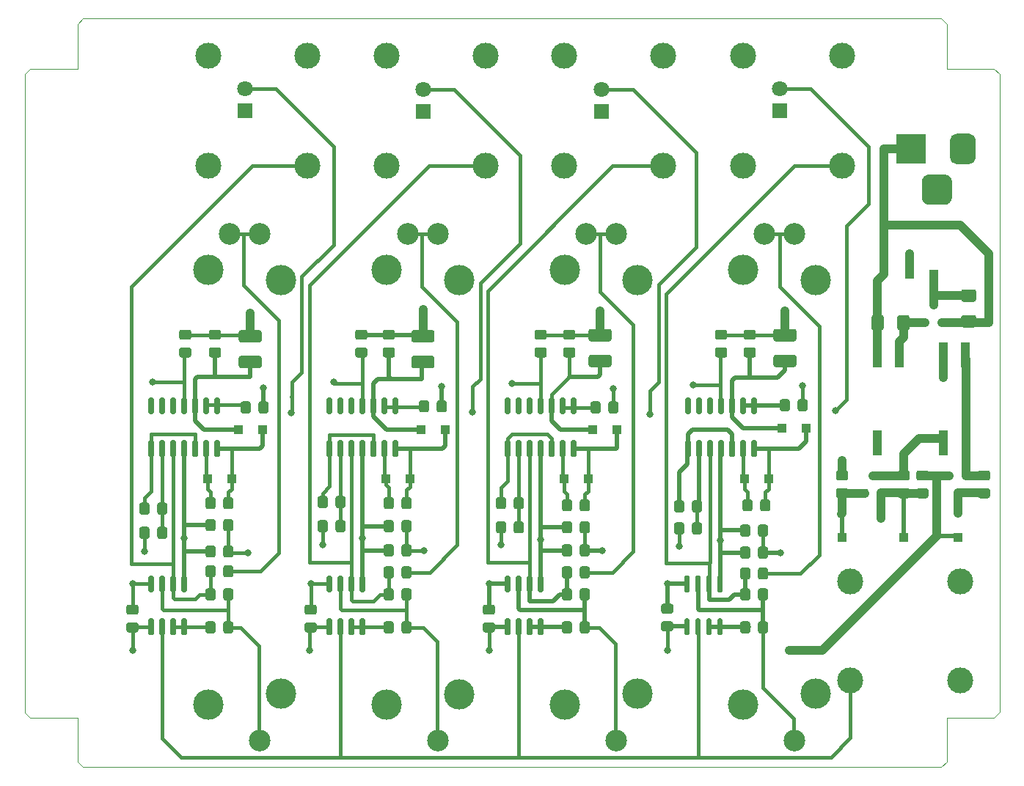
<source format=gbr>
%TF.GenerationSoftware,KiCad,Pcbnew,5.1.6-c6e7f7d~87~ubuntu18.04.1*%
%TF.CreationDate,2020-09-21T23:06:02+01:00*%
%TF.ProjectId,ActiveSplitterPedal_SOIC14,41637469-7665-4537-906c-697474657250,rev?*%
%TF.SameCoordinates,Original*%
%TF.FileFunction,Copper,L2,Bot*%
%TF.FilePolarity,Positive*%
%FSLAX46Y46*%
G04 Gerber Fmt 4.6, Leading zero omitted, Abs format (unit mm)*
G04 Created by KiCad (PCBNEW 5.1.6-c6e7f7d~87~ubuntu18.04.1) date 2020-09-21 23:06:02*
%MOMM*%
%LPD*%
G01*
G04 APERTURE LIST*
%TA.AperFunction,Profile*%
%ADD10C,0.050000*%
%TD*%
%TA.AperFunction,ComponentPad*%
%ADD11C,2.500000*%
%TD*%
%TA.AperFunction,ComponentPad*%
%ADD12C,3.500000*%
%TD*%
%TA.AperFunction,SMDPad,CuDef*%
%ADD13R,1.000000X1.000000*%
%TD*%
%TA.AperFunction,SMDPad,CuDef*%
%ADD14R,1.100000X1.100000*%
%TD*%
%TA.AperFunction,SMDPad,CuDef*%
%ADD15R,1.000000X3.000000*%
%TD*%
%TA.AperFunction,SMDPad,CuDef*%
%ADD16R,0.800000X0.900000*%
%TD*%
%TA.AperFunction,ComponentPad*%
%ADD17C,1.800000*%
%TD*%
%TA.AperFunction,ComponentPad*%
%ADD18R,1.800000X1.800000*%
%TD*%
%TA.AperFunction,ComponentPad*%
%ADD19C,3.000000*%
%TD*%
%TA.AperFunction,ComponentPad*%
%ADD20R,3.500000X3.500000*%
%TD*%
%TA.AperFunction,ViaPad*%
%ADD21C,0.800000*%
%TD*%
%TA.AperFunction,Conductor*%
%ADD22C,1.000000*%
%TD*%
%TA.AperFunction,Conductor*%
%ADD23C,0.400000*%
%TD*%
%TA.AperFunction,Conductor*%
%ADD24C,0.500000*%
%TD*%
G04 APERTURE END LIST*
D10*
X186309000Y-130429000D02*
X185674000Y-131064000D01*
X186309000Y-125349000D02*
X186309000Y-130429000D01*
X191770000Y-125349000D02*
X186309000Y-125349000D01*
X192405000Y-124714000D02*
X191770000Y-125349000D01*
X192405000Y-51054000D02*
X192405000Y-124714000D01*
X191770000Y-50419000D02*
X192405000Y-51054000D01*
X186309000Y-50419000D02*
X191770000Y-50419000D01*
X186309000Y-45275500D02*
X186309000Y-50419000D01*
X185674000Y-44640500D02*
X186309000Y-45275500D01*
X86614000Y-44640500D02*
X185674000Y-44640500D01*
X85979000Y-45275500D02*
X86614000Y-44640500D01*
X85979000Y-50419000D02*
X85979000Y-45275500D01*
X80518000Y-50419000D02*
X85979000Y-50419000D01*
X79883000Y-51054000D02*
X80518000Y-50419000D01*
X79883000Y-124777500D02*
X79883000Y-51054000D01*
X80518000Y-125412500D02*
X79883000Y-124777500D01*
X85979000Y-125412500D02*
X80518000Y-125412500D01*
X85979000Y-130429000D02*
X85979000Y-125412500D01*
X86614000Y-131064000D02*
X85979000Y-130429000D01*
X185674000Y-131064000D02*
X86614000Y-131064000D01*
D11*
%TO.P,RV3,1*%
%TO.N,Net-(R18-Pad2)*%
X127584200Y-69519800D03*
%TO.P,RV3,2*%
X124079000Y-69519800D03*
%TO.P,RV3,3*%
%TO.N,Net-(C36-Pad2)*%
X127584200Y-128016000D03*
D12*
%TO.P,RV3,*%
%TO.N,*%
X130022600Y-74853800D03*
X121666000Y-73660000D03*
X130022600Y-122656600D03*
X121640600Y-123875800D03*
%TD*%
%TO.P,C10,2*%
%TO.N,Net-(C10-Pad2)*%
%TA.AperFunction,SMDPad,CuDef*%
G36*
G01*
X101912000Y-100133999D02*
X101912000Y-101034001D01*
G75*
G02*
X101662001Y-101284000I-249999J0D01*
G01*
X101011999Y-101284000D01*
G75*
G02*
X100762000Y-101034001I0J249999D01*
G01*
X100762000Y-100133999D01*
G75*
G02*
X101011999Y-99884000I249999J0D01*
G01*
X101662001Y-99884000D01*
G75*
G02*
X101912000Y-100133999I0J-249999D01*
G01*
G37*
%TD.AperFunction*%
%TO.P,C10,1*%
%TO.N,Net-(C10-Pad1)*%
%TA.AperFunction,SMDPad,CuDef*%
G36*
G01*
X103962000Y-100133999D02*
X103962000Y-101034001D01*
G75*
G02*
X103712001Y-101284000I-249999J0D01*
G01*
X103061999Y-101284000D01*
G75*
G02*
X102812000Y-101034001I0J249999D01*
G01*
X102812000Y-100133999D01*
G75*
G02*
X103061999Y-99884000I249999J0D01*
G01*
X103712001Y-99884000D01*
G75*
G02*
X103962000Y-100133999I0J-249999D01*
G01*
G37*
%TD.AperFunction*%
%TD*%
%TO.P,C9,2*%
%TO.N,Net-(C9-Pad2)*%
%TA.AperFunction,SMDPad,CuDef*%
G36*
G01*
X122486000Y-100133999D02*
X122486000Y-101034001D01*
G75*
G02*
X122236001Y-101284000I-249999J0D01*
G01*
X121585999Y-101284000D01*
G75*
G02*
X121336000Y-101034001I0J249999D01*
G01*
X121336000Y-100133999D01*
G75*
G02*
X121585999Y-99884000I249999J0D01*
G01*
X122236001Y-99884000D01*
G75*
G02*
X122486000Y-100133999I0J-249999D01*
G01*
G37*
%TD.AperFunction*%
%TO.P,C9,1*%
%TO.N,Net-(C9-Pad1)*%
%TA.AperFunction,SMDPad,CuDef*%
G36*
G01*
X124536000Y-100133999D02*
X124536000Y-101034001D01*
G75*
G02*
X124286001Y-101284000I-249999J0D01*
G01*
X123635999Y-101284000D01*
G75*
G02*
X123386000Y-101034001I0J249999D01*
G01*
X123386000Y-100133999D01*
G75*
G02*
X123635999Y-99884000I249999J0D01*
G01*
X124286001Y-99884000D01*
G75*
G02*
X124536000Y-100133999I0J-249999D01*
G01*
G37*
%TD.AperFunction*%
%TD*%
%TO.P,C8,2*%
%TO.N,Net-(C8-Pad2)*%
%TA.AperFunction,SMDPad,CuDef*%
G36*
G01*
X143060000Y-100387999D02*
X143060000Y-101288001D01*
G75*
G02*
X142810001Y-101538000I-249999J0D01*
G01*
X142159999Y-101538000D01*
G75*
G02*
X141910000Y-101288001I0J249999D01*
G01*
X141910000Y-100387999D01*
G75*
G02*
X142159999Y-100138000I249999J0D01*
G01*
X142810001Y-100138000D01*
G75*
G02*
X143060000Y-100387999I0J-249999D01*
G01*
G37*
%TD.AperFunction*%
%TO.P,C8,1*%
%TO.N,Net-(C8-Pad1)*%
%TA.AperFunction,SMDPad,CuDef*%
G36*
G01*
X145110000Y-100387999D02*
X145110000Y-101288001D01*
G75*
G02*
X144860001Y-101538000I-249999J0D01*
G01*
X144209999Y-101538000D01*
G75*
G02*
X143960000Y-101288001I0J249999D01*
G01*
X143960000Y-100387999D01*
G75*
G02*
X144209999Y-100138000I249999J0D01*
G01*
X144860001Y-100138000D01*
G75*
G02*
X145110000Y-100387999I0J-249999D01*
G01*
G37*
%TD.AperFunction*%
%TD*%
%TO.P,C7,2*%
%TO.N,Net-(C7-Pad2)*%
%TA.AperFunction,SMDPad,CuDef*%
G36*
G01*
X163888000Y-100387999D02*
X163888000Y-101288001D01*
G75*
G02*
X163638001Y-101538000I-249999J0D01*
G01*
X162987999Y-101538000D01*
G75*
G02*
X162738000Y-101288001I0J249999D01*
G01*
X162738000Y-100387999D01*
G75*
G02*
X162987999Y-100138000I249999J0D01*
G01*
X163638001Y-100138000D01*
G75*
G02*
X163888000Y-100387999I0J-249999D01*
G01*
G37*
%TD.AperFunction*%
%TO.P,C7,1*%
%TO.N,Net-(C7-Pad1)*%
%TA.AperFunction,SMDPad,CuDef*%
G36*
G01*
X165938000Y-100387999D02*
X165938000Y-101288001D01*
G75*
G02*
X165688001Y-101538000I-249999J0D01*
G01*
X165037999Y-101538000D01*
G75*
G02*
X164788000Y-101288001I0J249999D01*
G01*
X164788000Y-100387999D01*
G75*
G02*
X165037999Y-100138000I249999J0D01*
G01*
X165688001Y-100138000D01*
G75*
G02*
X165938000Y-100387999I0J-249999D01*
G01*
G37*
%TD.AperFunction*%
%TD*%
D13*
%TO.P,TP3,1*%
%TO.N,-3V3*%
X187579000Y-104521000D03*
%TD*%
%TO.P,TP2,1*%
%TO.N,VCOM*%
X181356000Y-104521000D03*
%TD*%
%TO.P,TP1,1*%
%TO.N,+3V3*%
X174244000Y-104521000D03*
%TD*%
%TO.P,U12,14*%
%TO.N,Net-(R21-Pad2)*%
%TA.AperFunction,SMDPad,CuDef*%
G36*
G01*
X102258000Y-90321000D02*
X101958000Y-90321000D01*
G75*
G02*
X101808000Y-90171000I0J150000D01*
G01*
X101808000Y-88521000D01*
G75*
G02*
X101958000Y-88371000I150000J0D01*
G01*
X102258000Y-88371000D01*
G75*
G02*
X102408000Y-88521000I0J-150000D01*
G01*
X102408000Y-90171000D01*
G75*
G02*
X102258000Y-90321000I-150000J0D01*
G01*
G37*
%TD.AperFunction*%
%TO.P,U12,13*%
%TA.AperFunction,SMDPad,CuDef*%
G36*
G01*
X100988000Y-90321000D02*
X100688000Y-90321000D01*
G75*
G02*
X100538000Y-90171000I0J150000D01*
G01*
X100538000Y-88521000D01*
G75*
G02*
X100688000Y-88371000I150000J0D01*
G01*
X100988000Y-88371000D01*
G75*
G02*
X101138000Y-88521000I0J-150000D01*
G01*
X101138000Y-90171000D01*
G75*
G02*
X100988000Y-90321000I-150000J0D01*
G01*
G37*
%TD.AperFunction*%
%TO.P,U12,12*%
%TO.N,Net-(C39-Pad1)*%
%TA.AperFunction,SMDPad,CuDef*%
G36*
G01*
X99718000Y-90321000D02*
X99418000Y-90321000D01*
G75*
G02*
X99268000Y-90171000I0J150000D01*
G01*
X99268000Y-88521000D01*
G75*
G02*
X99418000Y-88371000I150000J0D01*
G01*
X99718000Y-88371000D01*
G75*
G02*
X99868000Y-88521000I0J-150000D01*
G01*
X99868000Y-90171000D01*
G75*
G02*
X99718000Y-90321000I-150000J0D01*
G01*
G37*
%TD.AperFunction*%
%TO.P,U12,11*%
%TO.N,-3V3*%
%TA.AperFunction,SMDPad,CuDef*%
G36*
G01*
X98448000Y-90321000D02*
X98148000Y-90321000D01*
G75*
G02*
X97998000Y-90171000I0J150000D01*
G01*
X97998000Y-88521000D01*
G75*
G02*
X98148000Y-88371000I150000J0D01*
G01*
X98448000Y-88371000D01*
G75*
G02*
X98598000Y-88521000I0J-150000D01*
G01*
X98598000Y-90171000D01*
G75*
G02*
X98448000Y-90321000I-150000J0D01*
G01*
G37*
%TD.AperFunction*%
%TO.P,U12,10*%
%TO.N,Net-(U12-Pad10)*%
%TA.AperFunction,SMDPad,CuDef*%
G36*
G01*
X97178000Y-90321000D02*
X96878000Y-90321000D01*
G75*
G02*
X96728000Y-90171000I0J150000D01*
G01*
X96728000Y-88521000D01*
G75*
G02*
X96878000Y-88371000I150000J0D01*
G01*
X97178000Y-88371000D01*
G75*
G02*
X97328000Y-88521000I0J-150000D01*
G01*
X97328000Y-90171000D01*
G75*
G02*
X97178000Y-90321000I-150000J0D01*
G01*
G37*
%TD.AperFunction*%
%TO.P,U12,9*%
%TO.N,Net-(U12-Pad9)*%
%TA.AperFunction,SMDPad,CuDef*%
G36*
G01*
X95908000Y-90321000D02*
X95608000Y-90321000D01*
G75*
G02*
X95458000Y-90171000I0J150000D01*
G01*
X95458000Y-88521000D01*
G75*
G02*
X95608000Y-88371000I150000J0D01*
G01*
X95908000Y-88371000D01*
G75*
G02*
X96058000Y-88521000I0J-150000D01*
G01*
X96058000Y-90171000D01*
G75*
G02*
X95908000Y-90321000I-150000J0D01*
G01*
G37*
%TD.AperFunction*%
%TO.P,U12,8*%
%TO.N,Net-(U12-Pad8)*%
%TA.AperFunction,SMDPad,CuDef*%
G36*
G01*
X94638000Y-90321000D02*
X94338000Y-90321000D01*
G75*
G02*
X94188000Y-90171000I0J150000D01*
G01*
X94188000Y-88521000D01*
G75*
G02*
X94338000Y-88371000I150000J0D01*
G01*
X94638000Y-88371000D01*
G75*
G02*
X94788000Y-88521000I0J-150000D01*
G01*
X94788000Y-90171000D01*
G75*
G02*
X94638000Y-90321000I-150000J0D01*
G01*
G37*
%TD.AperFunction*%
%TO.P,U12,7*%
%TO.N,Net-(R20-Pad2)*%
%TA.AperFunction,SMDPad,CuDef*%
G36*
G01*
X94638000Y-95271000D02*
X94338000Y-95271000D01*
G75*
G02*
X94188000Y-95121000I0J150000D01*
G01*
X94188000Y-93471000D01*
G75*
G02*
X94338000Y-93321000I150000J0D01*
G01*
X94638000Y-93321000D01*
G75*
G02*
X94788000Y-93471000I0J-150000D01*
G01*
X94788000Y-95121000D01*
G75*
G02*
X94638000Y-95271000I-150000J0D01*
G01*
G37*
%TD.AperFunction*%
%TO.P,U12,6*%
%TO.N,Net-(R19-Pad2)*%
%TA.AperFunction,SMDPad,CuDef*%
G36*
G01*
X95908000Y-95271000D02*
X95608000Y-95271000D01*
G75*
G02*
X95458000Y-95121000I0J150000D01*
G01*
X95458000Y-93471000D01*
G75*
G02*
X95608000Y-93321000I150000J0D01*
G01*
X95908000Y-93321000D01*
G75*
G02*
X96058000Y-93471000I0J-150000D01*
G01*
X96058000Y-95121000D01*
G75*
G02*
X95908000Y-95271000I-150000J0D01*
G01*
G37*
%TD.AperFunction*%
%TO.P,U12,5*%
%TO.N,/sheet5F6AEF15/SIGNAL_INPUT*%
%TA.AperFunction,SMDPad,CuDef*%
G36*
G01*
X97178000Y-95271000D02*
X96878000Y-95271000D01*
G75*
G02*
X96728000Y-95121000I0J150000D01*
G01*
X96728000Y-93471000D01*
G75*
G02*
X96878000Y-93321000I150000J0D01*
G01*
X97178000Y-93321000D01*
G75*
G02*
X97328000Y-93471000I0J-150000D01*
G01*
X97328000Y-95121000D01*
G75*
G02*
X97178000Y-95271000I-150000J0D01*
G01*
G37*
%TD.AperFunction*%
%TO.P,U12,4*%
%TO.N,+3V3*%
%TA.AperFunction,SMDPad,CuDef*%
G36*
G01*
X98448000Y-95271000D02*
X98148000Y-95271000D01*
G75*
G02*
X97998000Y-95121000I0J150000D01*
G01*
X97998000Y-93471000D01*
G75*
G02*
X98148000Y-93321000I150000J0D01*
G01*
X98448000Y-93321000D01*
G75*
G02*
X98598000Y-93471000I0J-150000D01*
G01*
X98598000Y-95121000D01*
G75*
G02*
X98448000Y-95271000I-150000J0D01*
G01*
G37*
%TD.AperFunction*%
%TO.P,U12,3*%
%TO.N,Net-(R20-Pad2)*%
%TA.AperFunction,SMDPad,CuDef*%
G36*
G01*
X99718000Y-95271000D02*
X99418000Y-95271000D01*
G75*
G02*
X99268000Y-95121000I0J150000D01*
G01*
X99268000Y-93471000D01*
G75*
G02*
X99418000Y-93321000I150000J0D01*
G01*
X99718000Y-93321000D01*
G75*
G02*
X99868000Y-93471000I0J-150000D01*
G01*
X99868000Y-95121000D01*
G75*
G02*
X99718000Y-95271000I-150000J0D01*
G01*
G37*
%TD.AperFunction*%
%TO.P,U12,2*%
%TO.N,Net-(C10-Pad2)*%
%TA.AperFunction,SMDPad,CuDef*%
G36*
G01*
X100988000Y-95271000D02*
X100688000Y-95271000D01*
G75*
G02*
X100538000Y-95121000I0J150000D01*
G01*
X100538000Y-93471000D01*
G75*
G02*
X100688000Y-93321000I150000J0D01*
G01*
X100988000Y-93321000D01*
G75*
G02*
X101138000Y-93471000I0J-150000D01*
G01*
X101138000Y-95121000D01*
G75*
G02*
X100988000Y-95271000I-150000J0D01*
G01*
G37*
%TD.AperFunction*%
%TO.P,U12,1*%
%TO.N,Net-(C10-Pad1)*%
%TA.AperFunction,SMDPad,CuDef*%
G36*
G01*
X102258000Y-95271000D02*
X101958000Y-95271000D01*
G75*
G02*
X101808000Y-95121000I0J150000D01*
G01*
X101808000Y-93471000D01*
G75*
G02*
X101958000Y-93321000I150000J0D01*
G01*
X102258000Y-93321000D01*
G75*
G02*
X102408000Y-93471000I0J-150000D01*
G01*
X102408000Y-95121000D01*
G75*
G02*
X102258000Y-95271000I-150000J0D01*
G01*
G37*
%TD.AperFunction*%
%TD*%
%TO.P,U9,14*%
%TO.N,Net-(R15-Pad2)*%
%TA.AperFunction,SMDPad,CuDef*%
G36*
G01*
X122832000Y-90321000D02*
X122532000Y-90321000D01*
G75*
G02*
X122382000Y-90171000I0J150000D01*
G01*
X122382000Y-88521000D01*
G75*
G02*
X122532000Y-88371000I150000J0D01*
G01*
X122832000Y-88371000D01*
G75*
G02*
X122982000Y-88521000I0J-150000D01*
G01*
X122982000Y-90171000D01*
G75*
G02*
X122832000Y-90321000I-150000J0D01*
G01*
G37*
%TD.AperFunction*%
%TO.P,U9,13*%
%TA.AperFunction,SMDPad,CuDef*%
G36*
G01*
X121562000Y-90321000D02*
X121262000Y-90321000D01*
G75*
G02*
X121112000Y-90171000I0J150000D01*
G01*
X121112000Y-88521000D01*
G75*
G02*
X121262000Y-88371000I150000J0D01*
G01*
X121562000Y-88371000D01*
G75*
G02*
X121712000Y-88521000I0J-150000D01*
G01*
X121712000Y-90171000D01*
G75*
G02*
X121562000Y-90321000I-150000J0D01*
G01*
G37*
%TD.AperFunction*%
%TO.P,U9,12*%
%TO.N,Net-(C28-Pad1)*%
%TA.AperFunction,SMDPad,CuDef*%
G36*
G01*
X120292000Y-90321000D02*
X119992000Y-90321000D01*
G75*
G02*
X119842000Y-90171000I0J150000D01*
G01*
X119842000Y-88521000D01*
G75*
G02*
X119992000Y-88371000I150000J0D01*
G01*
X120292000Y-88371000D01*
G75*
G02*
X120442000Y-88521000I0J-150000D01*
G01*
X120442000Y-90171000D01*
G75*
G02*
X120292000Y-90321000I-150000J0D01*
G01*
G37*
%TD.AperFunction*%
%TO.P,U9,11*%
%TO.N,-3V3*%
%TA.AperFunction,SMDPad,CuDef*%
G36*
G01*
X119022000Y-90321000D02*
X118722000Y-90321000D01*
G75*
G02*
X118572000Y-90171000I0J150000D01*
G01*
X118572000Y-88521000D01*
G75*
G02*
X118722000Y-88371000I150000J0D01*
G01*
X119022000Y-88371000D01*
G75*
G02*
X119172000Y-88521000I0J-150000D01*
G01*
X119172000Y-90171000D01*
G75*
G02*
X119022000Y-90321000I-150000J0D01*
G01*
G37*
%TD.AperFunction*%
%TO.P,U9,10*%
%TO.N,Net-(U9-Pad10)*%
%TA.AperFunction,SMDPad,CuDef*%
G36*
G01*
X117752000Y-90321000D02*
X117452000Y-90321000D01*
G75*
G02*
X117302000Y-90171000I0J150000D01*
G01*
X117302000Y-88521000D01*
G75*
G02*
X117452000Y-88371000I150000J0D01*
G01*
X117752000Y-88371000D01*
G75*
G02*
X117902000Y-88521000I0J-150000D01*
G01*
X117902000Y-90171000D01*
G75*
G02*
X117752000Y-90321000I-150000J0D01*
G01*
G37*
%TD.AperFunction*%
%TO.P,U9,9*%
%TO.N,Net-(U9-Pad9)*%
%TA.AperFunction,SMDPad,CuDef*%
G36*
G01*
X116482000Y-90321000D02*
X116182000Y-90321000D01*
G75*
G02*
X116032000Y-90171000I0J150000D01*
G01*
X116032000Y-88521000D01*
G75*
G02*
X116182000Y-88371000I150000J0D01*
G01*
X116482000Y-88371000D01*
G75*
G02*
X116632000Y-88521000I0J-150000D01*
G01*
X116632000Y-90171000D01*
G75*
G02*
X116482000Y-90321000I-150000J0D01*
G01*
G37*
%TD.AperFunction*%
%TO.P,U9,8*%
%TO.N,Net-(U9-Pad8)*%
%TA.AperFunction,SMDPad,CuDef*%
G36*
G01*
X115212000Y-90321000D02*
X114912000Y-90321000D01*
G75*
G02*
X114762000Y-90171000I0J150000D01*
G01*
X114762000Y-88521000D01*
G75*
G02*
X114912000Y-88371000I150000J0D01*
G01*
X115212000Y-88371000D01*
G75*
G02*
X115362000Y-88521000I0J-150000D01*
G01*
X115362000Y-90171000D01*
G75*
G02*
X115212000Y-90321000I-150000J0D01*
G01*
G37*
%TD.AperFunction*%
%TO.P,U9,7*%
%TO.N,Net-(R14-Pad2)*%
%TA.AperFunction,SMDPad,CuDef*%
G36*
G01*
X115212000Y-95271000D02*
X114912000Y-95271000D01*
G75*
G02*
X114762000Y-95121000I0J150000D01*
G01*
X114762000Y-93471000D01*
G75*
G02*
X114912000Y-93321000I150000J0D01*
G01*
X115212000Y-93321000D01*
G75*
G02*
X115362000Y-93471000I0J-150000D01*
G01*
X115362000Y-95121000D01*
G75*
G02*
X115212000Y-95271000I-150000J0D01*
G01*
G37*
%TD.AperFunction*%
%TO.P,U9,6*%
%TO.N,Net-(R13-Pad2)*%
%TA.AperFunction,SMDPad,CuDef*%
G36*
G01*
X116482000Y-95271000D02*
X116182000Y-95271000D01*
G75*
G02*
X116032000Y-95121000I0J150000D01*
G01*
X116032000Y-93471000D01*
G75*
G02*
X116182000Y-93321000I150000J0D01*
G01*
X116482000Y-93321000D01*
G75*
G02*
X116632000Y-93471000I0J-150000D01*
G01*
X116632000Y-95121000D01*
G75*
G02*
X116482000Y-95271000I-150000J0D01*
G01*
G37*
%TD.AperFunction*%
%TO.P,U9,5*%
%TO.N,/sheet5F6A444D/SIGNAL_INPUT*%
%TA.AperFunction,SMDPad,CuDef*%
G36*
G01*
X117752000Y-95271000D02*
X117452000Y-95271000D01*
G75*
G02*
X117302000Y-95121000I0J150000D01*
G01*
X117302000Y-93471000D01*
G75*
G02*
X117452000Y-93321000I150000J0D01*
G01*
X117752000Y-93321000D01*
G75*
G02*
X117902000Y-93471000I0J-150000D01*
G01*
X117902000Y-95121000D01*
G75*
G02*
X117752000Y-95271000I-150000J0D01*
G01*
G37*
%TD.AperFunction*%
%TO.P,U9,4*%
%TO.N,+3V3*%
%TA.AperFunction,SMDPad,CuDef*%
G36*
G01*
X119022000Y-95271000D02*
X118722000Y-95271000D01*
G75*
G02*
X118572000Y-95121000I0J150000D01*
G01*
X118572000Y-93471000D01*
G75*
G02*
X118722000Y-93321000I150000J0D01*
G01*
X119022000Y-93321000D01*
G75*
G02*
X119172000Y-93471000I0J-150000D01*
G01*
X119172000Y-95121000D01*
G75*
G02*
X119022000Y-95271000I-150000J0D01*
G01*
G37*
%TD.AperFunction*%
%TO.P,U9,3*%
%TO.N,Net-(R14-Pad2)*%
%TA.AperFunction,SMDPad,CuDef*%
G36*
G01*
X120292000Y-95271000D02*
X119992000Y-95271000D01*
G75*
G02*
X119842000Y-95121000I0J150000D01*
G01*
X119842000Y-93471000D01*
G75*
G02*
X119992000Y-93321000I150000J0D01*
G01*
X120292000Y-93321000D01*
G75*
G02*
X120442000Y-93471000I0J-150000D01*
G01*
X120442000Y-95121000D01*
G75*
G02*
X120292000Y-95271000I-150000J0D01*
G01*
G37*
%TD.AperFunction*%
%TO.P,U9,2*%
%TO.N,Net-(C9-Pad2)*%
%TA.AperFunction,SMDPad,CuDef*%
G36*
G01*
X121562000Y-95271000D02*
X121262000Y-95271000D01*
G75*
G02*
X121112000Y-95121000I0J150000D01*
G01*
X121112000Y-93471000D01*
G75*
G02*
X121262000Y-93321000I150000J0D01*
G01*
X121562000Y-93321000D01*
G75*
G02*
X121712000Y-93471000I0J-150000D01*
G01*
X121712000Y-95121000D01*
G75*
G02*
X121562000Y-95271000I-150000J0D01*
G01*
G37*
%TD.AperFunction*%
%TO.P,U9,1*%
%TO.N,Net-(C9-Pad1)*%
%TA.AperFunction,SMDPad,CuDef*%
G36*
G01*
X122832000Y-95271000D02*
X122532000Y-95271000D01*
G75*
G02*
X122382000Y-95121000I0J150000D01*
G01*
X122382000Y-93471000D01*
G75*
G02*
X122532000Y-93321000I150000J0D01*
G01*
X122832000Y-93321000D01*
G75*
G02*
X122982000Y-93471000I0J-150000D01*
G01*
X122982000Y-95121000D01*
G75*
G02*
X122832000Y-95271000I-150000J0D01*
G01*
G37*
%TD.AperFunction*%
%TD*%
%TO.P,U6,14*%
%TO.N,Net-(R9-Pad2)*%
%TA.AperFunction,SMDPad,CuDef*%
G36*
G01*
X143406000Y-90321000D02*
X143106000Y-90321000D01*
G75*
G02*
X142956000Y-90171000I0J150000D01*
G01*
X142956000Y-88521000D01*
G75*
G02*
X143106000Y-88371000I150000J0D01*
G01*
X143406000Y-88371000D01*
G75*
G02*
X143556000Y-88521000I0J-150000D01*
G01*
X143556000Y-90171000D01*
G75*
G02*
X143406000Y-90321000I-150000J0D01*
G01*
G37*
%TD.AperFunction*%
%TO.P,U6,13*%
%TA.AperFunction,SMDPad,CuDef*%
G36*
G01*
X142136000Y-90321000D02*
X141836000Y-90321000D01*
G75*
G02*
X141686000Y-90171000I0J150000D01*
G01*
X141686000Y-88521000D01*
G75*
G02*
X141836000Y-88371000I150000J0D01*
G01*
X142136000Y-88371000D01*
G75*
G02*
X142286000Y-88521000I0J-150000D01*
G01*
X142286000Y-90171000D01*
G75*
G02*
X142136000Y-90321000I-150000J0D01*
G01*
G37*
%TD.AperFunction*%
%TO.P,U6,12*%
%TO.N,Net-(C17-Pad1)*%
%TA.AperFunction,SMDPad,CuDef*%
G36*
G01*
X140866000Y-90321000D02*
X140566000Y-90321000D01*
G75*
G02*
X140416000Y-90171000I0J150000D01*
G01*
X140416000Y-88521000D01*
G75*
G02*
X140566000Y-88371000I150000J0D01*
G01*
X140866000Y-88371000D01*
G75*
G02*
X141016000Y-88521000I0J-150000D01*
G01*
X141016000Y-90171000D01*
G75*
G02*
X140866000Y-90321000I-150000J0D01*
G01*
G37*
%TD.AperFunction*%
%TO.P,U6,11*%
%TO.N,-3V3*%
%TA.AperFunction,SMDPad,CuDef*%
G36*
G01*
X139596000Y-90321000D02*
X139296000Y-90321000D01*
G75*
G02*
X139146000Y-90171000I0J150000D01*
G01*
X139146000Y-88521000D01*
G75*
G02*
X139296000Y-88371000I150000J0D01*
G01*
X139596000Y-88371000D01*
G75*
G02*
X139746000Y-88521000I0J-150000D01*
G01*
X139746000Y-90171000D01*
G75*
G02*
X139596000Y-90321000I-150000J0D01*
G01*
G37*
%TD.AperFunction*%
%TO.P,U6,10*%
%TO.N,Net-(U6-Pad10)*%
%TA.AperFunction,SMDPad,CuDef*%
G36*
G01*
X138326000Y-90321000D02*
X138026000Y-90321000D01*
G75*
G02*
X137876000Y-90171000I0J150000D01*
G01*
X137876000Y-88521000D01*
G75*
G02*
X138026000Y-88371000I150000J0D01*
G01*
X138326000Y-88371000D01*
G75*
G02*
X138476000Y-88521000I0J-150000D01*
G01*
X138476000Y-90171000D01*
G75*
G02*
X138326000Y-90321000I-150000J0D01*
G01*
G37*
%TD.AperFunction*%
%TO.P,U6,9*%
%TO.N,Net-(U6-Pad9)*%
%TA.AperFunction,SMDPad,CuDef*%
G36*
G01*
X137056000Y-90321000D02*
X136756000Y-90321000D01*
G75*
G02*
X136606000Y-90171000I0J150000D01*
G01*
X136606000Y-88521000D01*
G75*
G02*
X136756000Y-88371000I150000J0D01*
G01*
X137056000Y-88371000D01*
G75*
G02*
X137206000Y-88521000I0J-150000D01*
G01*
X137206000Y-90171000D01*
G75*
G02*
X137056000Y-90321000I-150000J0D01*
G01*
G37*
%TD.AperFunction*%
%TO.P,U6,8*%
%TO.N,Net-(U6-Pad8)*%
%TA.AperFunction,SMDPad,CuDef*%
G36*
G01*
X135786000Y-90321000D02*
X135486000Y-90321000D01*
G75*
G02*
X135336000Y-90171000I0J150000D01*
G01*
X135336000Y-88521000D01*
G75*
G02*
X135486000Y-88371000I150000J0D01*
G01*
X135786000Y-88371000D01*
G75*
G02*
X135936000Y-88521000I0J-150000D01*
G01*
X135936000Y-90171000D01*
G75*
G02*
X135786000Y-90321000I-150000J0D01*
G01*
G37*
%TD.AperFunction*%
%TO.P,U6,7*%
%TO.N,Net-(R8-Pad2)*%
%TA.AperFunction,SMDPad,CuDef*%
G36*
G01*
X135786000Y-95271000D02*
X135486000Y-95271000D01*
G75*
G02*
X135336000Y-95121000I0J150000D01*
G01*
X135336000Y-93471000D01*
G75*
G02*
X135486000Y-93321000I150000J0D01*
G01*
X135786000Y-93321000D01*
G75*
G02*
X135936000Y-93471000I0J-150000D01*
G01*
X135936000Y-95121000D01*
G75*
G02*
X135786000Y-95271000I-150000J0D01*
G01*
G37*
%TD.AperFunction*%
%TO.P,U6,6*%
%TO.N,Net-(R7-Pad2)*%
%TA.AperFunction,SMDPad,CuDef*%
G36*
G01*
X137056000Y-95271000D02*
X136756000Y-95271000D01*
G75*
G02*
X136606000Y-95121000I0J150000D01*
G01*
X136606000Y-93471000D01*
G75*
G02*
X136756000Y-93321000I150000J0D01*
G01*
X137056000Y-93321000D01*
G75*
G02*
X137206000Y-93471000I0J-150000D01*
G01*
X137206000Y-95121000D01*
G75*
G02*
X137056000Y-95271000I-150000J0D01*
G01*
G37*
%TD.AperFunction*%
%TO.P,U6,5*%
%TO.N,/sheet5F6A30A3/SIGNAL_INPUT*%
%TA.AperFunction,SMDPad,CuDef*%
G36*
G01*
X138326000Y-95271000D02*
X138026000Y-95271000D01*
G75*
G02*
X137876000Y-95121000I0J150000D01*
G01*
X137876000Y-93471000D01*
G75*
G02*
X138026000Y-93321000I150000J0D01*
G01*
X138326000Y-93321000D01*
G75*
G02*
X138476000Y-93471000I0J-150000D01*
G01*
X138476000Y-95121000D01*
G75*
G02*
X138326000Y-95271000I-150000J0D01*
G01*
G37*
%TD.AperFunction*%
%TO.P,U6,4*%
%TO.N,+3V3*%
%TA.AperFunction,SMDPad,CuDef*%
G36*
G01*
X139596000Y-95271000D02*
X139296000Y-95271000D01*
G75*
G02*
X139146000Y-95121000I0J150000D01*
G01*
X139146000Y-93471000D01*
G75*
G02*
X139296000Y-93321000I150000J0D01*
G01*
X139596000Y-93321000D01*
G75*
G02*
X139746000Y-93471000I0J-150000D01*
G01*
X139746000Y-95121000D01*
G75*
G02*
X139596000Y-95271000I-150000J0D01*
G01*
G37*
%TD.AperFunction*%
%TO.P,U6,3*%
%TO.N,Net-(R8-Pad2)*%
%TA.AperFunction,SMDPad,CuDef*%
G36*
G01*
X140866000Y-95271000D02*
X140566000Y-95271000D01*
G75*
G02*
X140416000Y-95121000I0J150000D01*
G01*
X140416000Y-93471000D01*
G75*
G02*
X140566000Y-93321000I150000J0D01*
G01*
X140866000Y-93321000D01*
G75*
G02*
X141016000Y-93471000I0J-150000D01*
G01*
X141016000Y-95121000D01*
G75*
G02*
X140866000Y-95271000I-150000J0D01*
G01*
G37*
%TD.AperFunction*%
%TO.P,U6,2*%
%TO.N,Net-(C8-Pad2)*%
%TA.AperFunction,SMDPad,CuDef*%
G36*
G01*
X142136000Y-95271000D02*
X141836000Y-95271000D01*
G75*
G02*
X141686000Y-95121000I0J150000D01*
G01*
X141686000Y-93471000D01*
G75*
G02*
X141836000Y-93321000I150000J0D01*
G01*
X142136000Y-93321000D01*
G75*
G02*
X142286000Y-93471000I0J-150000D01*
G01*
X142286000Y-95121000D01*
G75*
G02*
X142136000Y-95271000I-150000J0D01*
G01*
G37*
%TD.AperFunction*%
%TO.P,U6,1*%
%TO.N,Net-(C8-Pad1)*%
%TA.AperFunction,SMDPad,CuDef*%
G36*
G01*
X143406000Y-95271000D02*
X143106000Y-95271000D01*
G75*
G02*
X142956000Y-95121000I0J150000D01*
G01*
X142956000Y-93471000D01*
G75*
G02*
X143106000Y-93321000I150000J0D01*
G01*
X143406000Y-93321000D01*
G75*
G02*
X143556000Y-93471000I0J-150000D01*
G01*
X143556000Y-95121000D01*
G75*
G02*
X143406000Y-95271000I-150000J0D01*
G01*
G37*
%TD.AperFunction*%
%TD*%
%TO.P,U3,14*%
%TO.N,Net-(R3-Pad2)*%
%TA.AperFunction,SMDPad,CuDef*%
G36*
G01*
X164234000Y-90321000D02*
X163934000Y-90321000D01*
G75*
G02*
X163784000Y-90171000I0J150000D01*
G01*
X163784000Y-88521000D01*
G75*
G02*
X163934000Y-88371000I150000J0D01*
G01*
X164234000Y-88371000D01*
G75*
G02*
X164384000Y-88521000I0J-150000D01*
G01*
X164384000Y-90171000D01*
G75*
G02*
X164234000Y-90321000I-150000J0D01*
G01*
G37*
%TD.AperFunction*%
%TO.P,U3,13*%
%TA.AperFunction,SMDPad,CuDef*%
G36*
G01*
X162964000Y-90321000D02*
X162664000Y-90321000D01*
G75*
G02*
X162514000Y-90171000I0J150000D01*
G01*
X162514000Y-88521000D01*
G75*
G02*
X162664000Y-88371000I150000J0D01*
G01*
X162964000Y-88371000D01*
G75*
G02*
X163114000Y-88521000I0J-150000D01*
G01*
X163114000Y-90171000D01*
G75*
G02*
X162964000Y-90321000I-150000J0D01*
G01*
G37*
%TD.AperFunction*%
%TO.P,U3,12*%
%TO.N,Net-(C6-Pad1)*%
%TA.AperFunction,SMDPad,CuDef*%
G36*
G01*
X161694000Y-90321000D02*
X161394000Y-90321000D01*
G75*
G02*
X161244000Y-90171000I0J150000D01*
G01*
X161244000Y-88521000D01*
G75*
G02*
X161394000Y-88371000I150000J0D01*
G01*
X161694000Y-88371000D01*
G75*
G02*
X161844000Y-88521000I0J-150000D01*
G01*
X161844000Y-90171000D01*
G75*
G02*
X161694000Y-90321000I-150000J0D01*
G01*
G37*
%TD.AperFunction*%
%TO.P,U3,11*%
%TO.N,-3V3*%
%TA.AperFunction,SMDPad,CuDef*%
G36*
G01*
X160424000Y-90321000D02*
X160124000Y-90321000D01*
G75*
G02*
X159974000Y-90171000I0J150000D01*
G01*
X159974000Y-88521000D01*
G75*
G02*
X160124000Y-88371000I150000J0D01*
G01*
X160424000Y-88371000D01*
G75*
G02*
X160574000Y-88521000I0J-150000D01*
G01*
X160574000Y-90171000D01*
G75*
G02*
X160424000Y-90321000I-150000J0D01*
G01*
G37*
%TD.AperFunction*%
%TO.P,U3,10*%
%TO.N,Net-(U3-Pad10)*%
%TA.AperFunction,SMDPad,CuDef*%
G36*
G01*
X159154000Y-90321000D02*
X158854000Y-90321000D01*
G75*
G02*
X158704000Y-90171000I0J150000D01*
G01*
X158704000Y-88521000D01*
G75*
G02*
X158854000Y-88371000I150000J0D01*
G01*
X159154000Y-88371000D01*
G75*
G02*
X159304000Y-88521000I0J-150000D01*
G01*
X159304000Y-90171000D01*
G75*
G02*
X159154000Y-90321000I-150000J0D01*
G01*
G37*
%TD.AperFunction*%
%TO.P,U3,9*%
%TO.N,Net-(U3-Pad9)*%
%TA.AperFunction,SMDPad,CuDef*%
G36*
G01*
X157884000Y-90321000D02*
X157584000Y-90321000D01*
G75*
G02*
X157434000Y-90171000I0J150000D01*
G01*
X157434000Y-88521000D01*
G75*
G02*
X157584000Y-88371000I150000J0D01*
G01*
X157884000Y-88371000D01*
G75*
G02*
X158034000Y-88521000I0J-150000D01*
G01*
X158034000Y-90171000D01*
G75*
G02*
X157884000Y-90321000I-150000J0D01*
G01*
G37*
%TD.AperFunction*%
%TO.P,U3,8*%
%TO.N,Net-(U3-Pad8)*%
%TA.AperFunction,SMDPad,CuDef*%
G36*
G01*
X156614000Y-90321000D02*
X156314000Y-90321000D01*
G75*
G02*
X156164000Y-90171000I0J150000D01*
G01*
X156164000Y-88521000D01*
G75*
G02*
X156314000Y-88371000I150000J0D01*
G01*
X156614000Y-88371000D01*
G75*
G02*
X156764000Y-88521000I0J-150000D01*
G01*
X156764000Y-90171000D01*
G75*
G02*
X156614000Y-90321000I-150000J0D01*
G01*
G37*
%TD.AperFunction*%
%TO.P,U3,7*%
%TO.N,Net-(R2-Pad2)*%
%TA.AperFunction,SMDPad,CuDef*%
G36*
G01*
X156614000Y-95271000D02*
X156314000Y-95271000D01*
G75*
G02*
X156164000Y-95121000I0J150000D01*
G01*
X156164000Y-93471000D01*
G75*
G02*
X156314000Y-93321000I150000J0D01*
G01*
X156614000Y-93321000D01*
G75*
G02*
X156764000Y-93471000I0J-150000D01*
G01*
X156764000Y-95121000D01*
G75*
G02*
X156614000Y-95271000I-150000J0D01*
G01*
G37*
%TD.AperFunction*%
%TO.P,U3,6*%
%TO.N,Net-(R1-Pad2)*%
%TA.AperFunction,SMDPad,CuDef*%
G36*
G01*
X157884000Y-95271000D02*
X157584000Y-95271000D01*
G75*
G02*
X157434000Y-95121000I0J150000D01*
G01*
X157434000Y-93471000D01*
G75*
G02*
X157584000Y-93321000I150000J0D01*
G01*
X157884000Y-93321000D01*
G75*
G02*
X158034000Y-93471000I0J-150000D01*
G01*
X158034000Y-95121000D01*
G75*
G02*
X157884000Y-95271000I-150000J0D01*
G01*
G37*
%TD.AperFunction*%
%TO.P,U3,5*%
%TO.N,/PeakDetector1/SIGNAL_INPUT*%
%TA.AperFunction,SMDPad,CuDef*%
G36*
G01*
X159154000Y-95271000D02*
X158854000Y-95271000D01*
G75*
G02*
X158704000Y-95121000I0J150000D01*
G01*
X158704000Y-93471000D01*
G75*
G02*
X158854000Y-93321000I150000J0D01*
G01*
X159154000Y-93321000D01*
G75*
G02*
X159304000Y-93471000I0J-150000D01*
G01*
X159304000Y-95121000D01*
G75*
G02*
X159154000Y-95271000I-150000J0D01*
G01*
G37*
%TD.AperFunction*%
%TO.P,U3,4*%
%TO.N,+3V3*%
%TA.AperFunction,SMDPad,CuDef*%
G36*
G01*
X160424000Y-95271000D02*
X160124000Y-95271000D01*
G75*
G02*
X159974000Y-95121000I0J150000D01*
G01*
X159974000Y-93471000D01*
G75*
G02*
X160124000Y-93321000I150000J0D01*
G01*
X160424000Y-93321000D01*
G75*
G02*
X160574000Y-93471000I0J-150000D01*
G01*
X160574000Y-95121000D01*
G75*
G02*
X160424000Y-95271000I-150000J0D01*
G01*
G37*
%TD.AperFunction*%
%TO.P,U3,3*%
%TO.N,Net-(R2-Pad2)*%
%TA.AperFunction,SMDPad,CuDef*%
G36*
G01*
X161694000Y-95271000D02*
X161394000Y-95271000D01*
G75*
G02*
X161244000Y-95121000I0J150000D01*
G01*
X161244000Y-93471000D01*
G75*
G02*
X161394000Y-93321000I150000J0D01*
G01*
X161694000Y-93321000D01*
G75*
G02*
X161844000Y-93471000I0J-150000D01*
G01*
X161844000Y-95121000D01*
G75*
G02*
X161694000Y-95271000I-150000J0D01*
G01*
G37*
%TD.AperFunction*%
%TO.P,U3,2*%
%TO.N,Net-(C7-Pad2)*%
%TA.AperFunction,SMDPad,CuDef*%
G36*
G01*
X162964000Y-95271000D02*
X162664000Y-95271000D01*
G75*
G02*
X162514000Y-95121000I0J150000D01*
G01*
X162514000Y-93471000D01*
G75*
G02*
X162664000Y-93321000I150000J0D01*
G01*
X162964000Y-93321000D01*
G75*
G02*
X163114000Y-93471000I0J-150000D01*
G01*
X163114000Y-95121000D01*
G75*
G02*
X162964000Y-95271000I-150000J0D01*
G01*
G37*
%TD.AperFunction*%
%TO.P,U3,1*%
%TO.N,Net-(C7-Pad1)*%
%TA.AperFunction,SMDPad,CuDef*%
G36*
G01*
X164234000Y-95271000D02*
X163934000Y-95271000D01*
G75*
G02*
X163784000Y-95121000I0J150000D01*
G01*
X163784000Y-93471000D01*
G75*
G02*
X163934000Y-93321000I150000J0D01*
G01*
X164234000Y-93321000D01*
G75*
G02*
X164384000Y-93471000I0J-150000D01*
G01*
X164384000Y-95121000D01*
G75*
G02*
X164234000Y-95271000I-150000J0D01*
G01*
G37*
%TD.AperFunction*%
%TD*%
%TO.P,R22,2*%
%TO.N,Net-(C39-Pad1)*%
%TA.AperFunction,SMDPad,CuDef*%
G36*
G01*
X101403999Y-82619000D02*
X102304001Y-82619000D01*
G75*
G02*
X102554000Y-82868999I0J-249999D01*
G01*
X102554000Y-83519001D01*
G75*
G02*
X102304001Y-83769000I-249999J0D01*
G01*
X101403999Y-83769000D01*
G75*
G02*
X101154000Y-83519001I0J249999D01*
G01*
X101154000Y-82868999D01*
G75*
G02*
X101403999Y-82619000I249999J0D01*
G01*
G37*
%TD.AperFunction*%
%TO.P,R22,1*%
%TO.N,VCOM*%
%TA.AperFunction,SMDPad,CuDef*%
G36*
G01*
X101403999Y-80569000D02*
X102304001Y-80569000D01*
G75*
G02*
X102554000Y-80818999I0J-249999D01*
G01*
X102554000Y-81469001D01*
G75*
G02*
X102304001Y-81719000I-249999J0D01*
G01*
X101403999Y-81719000D01*
G75*
G02*
X101154000Y-81469001I0J249999D01*
G01*
X101154000Y-80818999D01*
G75*
G02*
X101403999Y-80569000I249999J0D01*
G01*
G37*
%TD.AperFunction*%
%TD*%
%TO.P,R16,2*%
%TO.N,Net-(C28-Pad1)*%
%TA.AperFunction,SMDPad,CuDef*%
G36*
G01*
X121469999Y-82619000D02*
X122370001Y-82619000D01*
G75*
G02*
X122620000Y-82868999I0J-249999D01*
G01*
X122620000Y-83519001D01*
G75*
G02*
X122370001Y-83769000I-249999J0D01*
G01*
X121469999Y-83769000D01*
G75*
G02*
X121220000Y-83519001I0J249999D01*
G01*
X121220000Y-82868999D01*
G75*
G02*
X121469999Y-82619000I249999J0D01*
G01*
G37*
%TD.AperFunction*%
%TO.P,R16,1*%
%TO.N,VCOM*%
%TA.AperFunction,SMDPad,CuDef*%
G36*
G01*
X121469999Y-80569000D02*
X122370001Y-80569000D01*
G75*
G02*
X122620000Y-80818999I0J-249999D01*
G01*
X122620000Y-81469001D01*
G75*
G02*
X122370001Y-81719000I-249999J0D01*
G01*
X121469999Y-81719000D01*
G75*
G02*
X121220000Y-81469001I0J249999D01*
G01*
X121220000Y-80818999D01*
G75*
G02*
X121469999Y-80569000I249999J0D01*
G01*
G37*
%TD.AperFunction*%
%TD*%
%TO.P,R10,2*%
%TO.N,Net-(C17-Pad1)*%
%TA.AperFunction,SMDPad,CuDef*%
G36*
G01*
X142297999Y-82619000D02*
X143198001Y-82619000D01*
G75*
G02*
X143448000Y-82868999I0J-249999D01*
G01*
X143448000Y-83519001D01*
G75*
G02*
X143198001Y-83769000I-249999J0D01*
G01*
X142297999Y-83769000D01*
G75*
G02*
X142048000Y-83519001I0J249999D01*
G01*
X142048000Y-82868999D01*
G75*
G02*
X142297999Y-82619000I249999J0D01*
G01*
G37*
%TD.AperFunction*%
%TO.P,R10,1*%
%TO.N,VCOM*%
%TA.AperFunction,SMDPad,CuDef*%
G36*
G01*
X142297999Y-80569000D02*
X143198001Y-80569000D01*
G75*
G02*
X143448000Y-80818999I0J-249999D01*
G01*
X143448000Y-81469001D01*
G75*
G02*
X143198001Y-81719000I-249999J0D01*
G01*
X142297999Y-81719000D01*
G75*
G02*
X142048000Y-81469001I0J249999D01*
G01*
X142048000Y-80818999D01*
G75*
G02*
X142297999Y-80569000I249999J0D01*
G01*
G37*
%TD.AperFunction*%
%TD*%
%TO.P,R4,2*%
%TO.N,Net-(C6-Pad1)*%
%TA.AperFunction,SMDPad,CuDef*%
G36*
G01*
X163125999Y-82619000D02*
X164026001Y-82619000D01*
G75*
G02*
X164276000Y-82868999I0J-249999D01*
G01*
X164276000Y-83519001D01*
G75*
G02*
X164026001Y-83769000I-249999J0D01*
G01*
X163125999Y-83769000D01*
G75*
G02*
X162876000Y-83519001I0J249999D01*
G01*
X162876000Y-82868999D01*
G75*
G02*
X163125999Y-82619000I249999J0D01*
G01*
G37*
%TD.AperFunction*%
%TO.P,R4,1*%
%TO.N,VCOM*%
%TA.AperFunction,SMDPad,CuDef*%
G36*
G01*
X163125999Y-80569000D02*
X164026001Y-80569000D01*
G75*
G02*
X164276000Y-80818999I0J-249999D01*
G01*
X164276000Y-81469001D01*
G75*
G02*
X164026001Y-81719000I-249999J0D01*
G01*
X163125999Y-81719000D01*
G75*
G02*
X162876000Y-81469001I0J249999D01*
G01*
X162876000Y-80818999D01*
G75*
G02*
X163125999Y-80569000I249999J0D01*
G01*
G37*
%TD.AperFunction*%
%TD*%
D14*
%TO.P,D13,2*%
%TO.N,Net-(C10-Pad2)*%
X100962000Y-97790000D03*
%TO.P,D13,1*%
%TO.N,Net-(C10-Pad1)*%
X103762000Y-97790000D03*
%TD*%
%TO.P,D12,2*%
%TO.N,Net-(C9-Pad2)*%
X121536000Y-97790000D03*
%TO.P,D12,1*%
%TO.N,Net-(C9-Pad1)*%
X124336000Y-97790000D03*
%TD*%
%TO.P,D11,2*%
%TO.N,Net-(C8-Pad2)*%
X142110000Y-97790000D03*
%TO.P,D11,1*%
%TO.N,Net-(C8-Pad1)*%
X144910000Y-97790000D03*
%TD*%
%TO.P,D10,2*%
%TO.N,Net-(C7-Pad2)*%
X162938000Y-97790000D03*
%TO.P,D10,1*%
%TO.N,Net-(C7-Pad1)*%
X165738000Y-97790000D03*
%TD*%
%TO.P,C39,2*%
%TO.N,VCOM*%
%TA.AperFunction,SMDPad,CuDef*%
G36*
G01*
X106993000Y-82029000D02*
X104843000Y-82029000D01*
G75*
G02*
X104593000Y-81779000I0J250000D01*
G01*
X104593000Y-80854000D01*
G75*
G02*
X104843000Y-80604000I250000J0D01*
G01*
X106993000Y-80604000D01*
G75*
G02*
X107243000Y-80854000I0J-250000D01*
G01*
X107243000Y-81779000D01*
G75*
G02*
X106993000Y-82029000I-250000J0D01*
G01*
G37*
%TD.AperFunction*%
%TO.P,C39,1*%
%TO.N,Net-(C39-Pad1)*%
%TA.AperFunction,SMDPad,CuDef*%
G36*
G01*
X106993000Y-85004000D02*
X104843000Y-85004000D01*
G75*
G02*
X104593000Y-84754000I0J250000D01*
G01*
X104593000Y-83829000D01*
G75*
G02*
X104843000Y-83579000I250000J0D01*
G01*
X106993000Y-83579000D01*
G75*
G02*
X107243000Y-83829000I0J-250000D01*
G01*
X107243000Y-84754000D01*
G75*
G02*
X106993000Y-85004000I-250000J0D01*
G01*
G37*
%TD.AperFunction*%
%TD*%
%TO.P,C28,2*%
%TO.N,VCOM*%
%TA.AperFunction,SMDPad,CuDef*%
G36*
G01*
X126932000Y-82029000D02*
X124782000Y-82029000D01*
G75*
G02*
X124532000Y-81779000I0J250000D01*
G01*
X124532000Y-80854000D01*
G75*
G02*
X124782000Y-80604000I250000J0D01*
G01*
X126932000Y-80604000D01*
G75*
G02*
X127182000Y-80854000I0J-250000D01*
G01*
X127182000Y-81779000D01*
G75*
G02*
X126932000Y-82029000I-250000J0D01*
G01*
G37*
%TD.AperFunction*%
%TO.P,C28,1*%
%TO.N,Net-(C28-Pad1)*%
%TA.AperFunction,SMDPad,CuDef*%
G36*
G01*
X126932000Y-85004000D02*
X124782000Y-85004000D01*
G75*
G02*
X124532000Y-84754000I0J250000D01*
G01*
X124532000Y-83829000D01*
G75*
G02*
X124782000Y-83579000I250000J0D01*
G01*
X126932000Y-83579000D01*
G75*
G02*
X127182000Y-83829000I0J-250000D01*
G01*
X127182000Y-84754000D01*
G75*
G02*
X126932000Y-85004000I-250000J0D01*
G01*
G37*
%TD.AperFunction*%
%TD*%
%TO.P,C17,2*%
%TO.N,VCOM*%
%TA.AperFunction,SMDPad,CuDef*%
G36*
G01*
X147379000Y-81902000D02*
X145229000Y-81902000D01*
G75*
G02*
X144979000Y-81652000I0J250000D01*
G01*
X144979000Y-80727000D01*
G75*
G02*
X145229000Y-80477000I250000J0D01*
G01*
X147379000Y-80477000D01*
G75*
G02*
X147629000Y-80727000I0J-250000D01*
G01*
X147629000Y-81652000D01*
G75*
G02*
X147379000Y-81902000I-250000J0D01*
G01*
G37*
%TD.AperFunction*%
%TO.P,C17,1*%
%TO.N,Net-(C17-Pad1)*%
%TA.AperFunction,SMDPad,CuDef*%
G36*
G01*
X147379000Y-84877000D02*
X145229000Y-84877000D01*
G75*
G02*
X144979000Y-84627000I0J250000D01*
G01*
X144979000Y-83702000D01*
G75*
G02*
X145229000Y-83452000I250000J0D01*
G01*
X147379000Y-83452000D01*
G75*
G02*
X147629000Y-83702000I0J-250000D01*
G01*
X147629000Y-84627000D01*
G75*
G02*
X147379000Y-84877000I-250000J0D01*
G01*
G37*
%TD.AperFunction*%
%TD*%
%TO.P,C6,2*%
%TO.N,VCOM*%
%TA.AperFunction,SMDPad,CuDef*%
G36*
G01*
X168715000Y-81902000D02*
X166565000Y-81902000D01*
G75*
G02*
X166315000Y-81652000I0J250000D01*
G01*
X166315000Y-80727000D01*
G75*
G02*
X166565000Y-80477000I250000J0D01*
G01*
X168715000Y-80477000D01*
G75*
G02*
X168965000Y-80727000I0J-250000D01*
G01*
X168965000Y-81652000D01*
G75*
G02*
X168715000Y-81902000I-250000J0D01*
G01*
G37*
%TD.AperFunction*%
%TO.P,C6,1*%
%TO.N,Net-(C6-Pad1)*%
%TA.AperFunction,SMDPad,CuDef*%
G36*
G01*
X168715000Y-84877000D02*
X166565000Y-84877000D01*
G75*
G02*
X166315000Y-84627000I0J250000D01*
G01*
X166315000Y-83702000D01*
G75*
G02*
X166565000Y-83452000I250000J0D01*
G01*
X168715000Y-83452000D01*
G75*
G02*
X168965000Y-83702000I0J-250000D01*
G01*
X168965000Y-84627000D01*
G75*
G02*
X168715000Y-84877000I-250000J0D01*
G01*
G37*
%TD.AperFunction*%
%TD*%
%TO.P,D7,2*%
%TO.N,Net-(C10-Pad1)*%
X107318000Y-92075000D03*
%TO.P,D7,1*%
%TO.N,Net-(C39-Pad1)*%
X104518000Y-92075000D03*
%TD*%
%TO.P,D5,2*%
%TO.N,Net-(C9-Pad1)*%
X128400000Y-92075000D03*
%TO.P,D5,1*%
%TO.N,Net-(C28-Pad1)*%
X125600000Y-92075000D03*
%TD*%
%TO.P,D3,2*%
%TO.N,Net-(C8-Pad1)*%
X148212000Y-92075000D03*
%TO.P,D3,1*%
%TO.N,Net-(C17-Pad1)*%
X145412000Y-92075000D03*
%TD*%
%TO.P,D1,2*%
%TO.N,Net-(C7-Pad1)*%
X170056000Y-91948000D03*
%TO.P,D1,1*%
%TO.N,Net-(C6-Pad1)*%
X167256000Y-91948000D03*
%TD*%
D15*
%TO.P,U14,7*%
%TO.N,Net-(C3-Pad1)*%
X185928000Y-93599000D03*
%TO.P,U14,10*%
%TO.N,Net-(U14-Pad10)*%
X178308000Y-93599000D03*
%TO.P,U14,5*%
%TO.N,Net-(C48-Pad2)*%
X188468000Y-83439000D03*
%TO.P,U14,4*%
%TO.N,VCOM*%
X185928000Y-83439000D03*
%TO.P,U14,2*%
%TO.N,/PowerSupply/+5V_REG*%
X180848000Y-83439000D03*
%TO.P,U14,1*%
%TO.N,GNDS*%
X178308000Y-83439000D03*
%TD*%
D11*
%TO.P,RV1,1*%
%TO.N,Net-(R6-Pad2)*%
X168757600Y-69469000D03*
%TO.P,RV1,2*%
X165252400Y-69469000D03*
%TO.P,RV1,3*%
%TO.N,Net-(C14-Pad2)*%
X168757600Y-127965200D03*
D12*
%TO.P,RV1,*%
%TO.N,*%
X171196000Y-74803000D03*
X162839400Y-73609200D03*
X171196000Y-122605800D03*
X162814000Y-123825000D03*
%TD*%
D11*
%TO.P,RV2,1*%
%TO.N,Net-(R12-Pad2)*%
X148183600Y-69469000D03*
%TO.P,RV2,2*%
X144678400Y-69469000D03*
%TO.P,RV2,3*%
%TO.N,Net-(C25-Pad2)*%
X148183600Y-127965200D03*
D12*
%TO.P,RV2,*%
%TO.N,*%
X150622000Y-74803000D03*
X142265400Y-73609200D03*
X150622000Y-122605800D03*
X142240000Y-123825000D03*
%TD*%
D11*
%TO.P,RV4,1*%
%TO.N,Net-(R24-Pad2)*%
X107010200Y-69469000D03*
%TO.P,RV4,2*%
X103505000Y-69469000D03*
%TO.P,RV4,3*%
%TO.N,Net-(C47-Pad2)*%
X107010200Y-127965200D03*
D12*
%TO.P,RV4,*%
%TO.N,*%
X109448600Y-74803000D03*
X101092000Y-73609200D03*
X109448600Y-122605800D03*
X101066600Y-123825000D03*
%TD*%
D16*
%TO.P,U1,3*%
%TO.N,/PowerSupply/+9V_POL*%
X184785000Y-77740000D03*
%TO.P,U1,2*%
%TO.N,/PowerSupply/+5V_REG*%
X183835000Y-79740000D03*
%TO.P,U1,1*%
%TO.N,GNDS*%
X185735000Y-79740000D03*
%TD*%
%TO.P,C2,2*%
%TO.N,GNDS*%
%TA.AperFunction,SMDPad,CuDef*%
G36*
G01*
X179057000Y-79131000D02*
X179057000Y-80381000D01*
G75*
G02*
X178807000Y-80631000I-250000J0D01*
G01*
X177882000Y-80631000D01*
G75*
G02*
X177632000Y-80381000I0J250000D01*
G01*
X177632000Y-79131000D01*
G75*
G02*
X177882000Y-78881000I250000J0D01*
G01*
X178807000Y-78881000D01*
G75*
G02*
X179057000Y-79131000I0J-250000D01*
G01*
G37*
%TD.AperFunction*%
%TO.P,C2,1*%
%TO.N,/PowerSupply/+5V_REG*%
%TA.AperFunction,SMDPad,CuDef*%
G36*
G01*
X182032000Y-79131000D02*
X182032000Y-80381000D01*
G75*
G02*
X181782000Y-80631000I-250000J0D01*
G01*
X180857000Y-80631000D01*
G75*
G02*
X180607000Y-80381000I0J250000D01*
G01*
X180607000Y-79131000D01*
G75*
G02*
X180857000Y-78881000I250000J0D01*
G01*
X181782000Y-78881000D01*
G75*
G02*
X182032000Y-79131000I0J-250000D01*
G01*
G37*
%TD.AperFunction*%
%TD*%
%TO.P,C1,2*%
%TO.N,GNDS*%
%TA.AperFunction,SMDPad,CuDef*%
G36*
G01*
X188224000Y-78880000D02*
X189474000Y-78880000D01*
G75*
G02*
X189724000Y-79130000I0J-250000D01*
G01*
X189724000Y-80055000D01*
G75*
G02*
X189474000Y-80305000I-250000J0D01*
G01*
X188224000Y-80305000D01*
G75*
G02*
X187974000Y-80055000I0J250000D01*
G01*
X187974000Y-79130000D01*
G75*
G02*
X188224000Y-78880000I250000J0D01*
G01*
G37*
%TD.AperFunction*%
%TO.P,C1,1*%
%TO.N,/PowerSupply/+9V_POL*%
%TA.AperFunction,SMDPad,CuDef*%
G36*
G01*
X188224000Y-75905000D02*
X189474000Y-75905000D01*
G75*
G02*
X189724000Y-76155000I0J-250000D01*
G01*
X189724000Y-77080000D01*
G75*
G02*
X189474000Y-77330000I-250000J0D01*
G01*
X188224000Y-77330000D01*
G75*
G02*
X187974000Y-77080000I0J250000D01*
G01*
X187974000Y-76155000D01*
G75*
G02*
X188224000Y-75905000I250000J0D01*
G01*
G37*
%TD.AperFunction*%
%TD*%
%TO.P,U16,3*%
%TO.N,VCOM*%
X187579000Y-99425000D03*
%TO.P,U16,2*%
%TO.N,Net-(C48-Pad2)*%
X188529000Y-97425000D03*
%TO.P,U16,1*%
%TO.N,-3V3*%
X186629000Y-97425000D03*
%TD*%
%TO.P,U15,3*%
%TO.N,Net-(C3-Pad1)*%
X177800000Y-97425000D03*
%TO.P,U15,2*%
%TO.N,+3V3*%
X176850000Y-99425000D03*
%TO.P,U15,1*%
%TO.N,VCOM*%
X178750000Y-99425000D03*
%TD*%
%TO.P,C50,2*%
%TO.N,-3V3*%
%TA.AperFunction,SMDPad,CuDef*%
G36*
G01*
X183965001Y-97975000D02*
X183064999Y-97975000D01*
G75*
G02*
X182815000Y-97725001I0J249999D01*
G01*
X182815000Y-97074999D01*
G75*
G02*
X183064999Y-96825000I249999J0D01*
G01*
X183965001Y-96825000D01*
G75*
G02*
X184215000Y-97074999I0J-249999D01*
G01*
X184215000Y-97725001D01*
G75*
G02*
X183965001Y-97975000I-249999J0D01*
G01*
G37*
%TD.AperFunction*%
%TO.P,C50,1*%
%TO.N,VCOM*%
%TA.AperFunction,SMDPad,CuDef*%
G36*
G01*
X183965001Y-100025000D02*
X183064999Y-100025000D01*
G75*
G02*
X182815000Y-99775001I0J249999D01*
G01*
X182815000Y-99124999D01*
G75*
G02*
X183064999Y-98875000I249999J0D01*
G01*
X183965001Y-98875000D01*
G75*
G02*
X184215000Y-99124999I0J-249999D01*
G01*
X184215000Y-99775001D01*
G75*
G02*
X183965001Y-100025000I-249999J0D01*
G01*
G37*
%TD.AperFunction*%
%TD*%
%TO.P,C49,2*%
%TO.N,VCOM*%
%TA.AperFunction,SMDPad,CuDef*%
G36*
G01*
X174694001Y-97975000D02*
X173793999Y-97975000D01*
G75*
G02*
X173544000Y-97725001I0J249999D01*
G01*
X173544000Y-97074999D01*
G75*
G02*
X173793999Y-96825000I249999J0D01*
G01*
X174694001Y-96825000D01*
G75*
G02*
X174944000Y-97074999I0J-249999D01*
G01*
X174944000Y-97725001D01*
G75*
G02*
X174694001Y-97975000I-249999J0D01*
G01*
G37*
%TD.AperFunction*%
%TO.P,C49,1*%
%TO.N,+3V3*%
%TA.AperFunction,SMDPad,CuDef*%
G36*
G01*
X174694001Y-100025000D02*
X173793999Y-100025000D01*
G75*
G02*
X173544000Y-99775001I0J249999D01*
G01*
X173544000Y-99124999D01*
G75*
G02*
X173793999Y-98875000I249999J0D01*
G01*
X174694001Y-98875000D01*
G75*
G02*
X174944000Y-99124999I0J-249999D01*
G01*
X174944000Y-99775001D01*
G75*
G02*
X174694001Y-100025000I-249999J0D01*
G01*
G37*
%TD.AperFunction*%
%TD*%
%TO.P,C48,2*%
%TO.N,Net-(C48-Pad2)*%
%TA.AperFunction,SMDPad,CuDef*%
G36*
G01*
X191077001Y-97975000D02*
X190176999Y-97975000D01*
G75*
G02*
X189927000Y-97725001I0J249999D01*
G01*
X189927000Y-97074999D01*
G75*
G02*
X190176999Y-96825000I249999J0D01*
G01*
X191077001Y-96825000D01*
G75*
G02*
X191327000Y-97074999I0J-249999D01*
G01*
X191327000Y-97725001D01*
G75*
G02*
X191077001Y-97975000I-249999J0D01*
G01*
G37*
%TD.AperFunction*%
%TO.P,C48,1*%
%TO.N,VCOM*%
%TA.AperFunction,SMDPad,CuDef*%
G36*
G01*
X191077001Y-100025000D02*
X190176999Y-100025000D01*
G75*
G02*
X189927000Y-99775001I0J249999D01*
G01*
X189927000Y-99124999D01*
G75*
G02*
X190176999Y-98875000I249999J0D01*
G01*
X191077001Y-98875000D01*
G75*
G02*
X191327000Y-99124999I0J-249999D01*
G01*
X191327000Y-99775001D01*
G75*
G02*
X191077001Y-100025000I-249999J0D01*
G01*
G37*
%TD.AperFunction*%
%TD*%
%TO.P,C3,2*%
%TO.N,VCOM*%
%TA.AperFunction,SMDPad,CuDef*%
G36*
G01*
X180905999Y-98875000D02*
X181806001Y-98875000D01*
G75*
G02*
X182056000Y-99124999I0J-249999D01*
G01*
X182056000Y-99775001D01*
G75*
G02*
X181806001Y-100025000I-249999J0D01*
G01*
X180905999Y-100025000D01*
G75*
G02*
X180656000Y-99775001I0J249999D01*
G01*
X180656000Y-99124999D01*
G75*
G02*
X180905999Y-98875000I249999J0D01*
G01*
G37*
%TD.AperFunction*%
%TO.P,C3,1*%
%TO.N,Net-(C3-Pad1)*%
%TA.AperFunction,SMDPad,CuDef*%
G36*
G01*
X180905999Y-96825000D02*
X181806001Y-96825000D01*
G75*
G02*
X182056000Y-97074999I0J-249999D01*
G01*
X182056000Y-97725001D01*
G75*
G02*
X181806001Y-97975000I-249999J0D01*
G01*
X180905999Y-97975000D01*
G75*
G02*
X180656000Y-97725001I0J249999D01*
G01*
X180656000Y-97074999D01*
G75*
G02*
X180905999Y-96825000I249999J0D01*
G01*
G37*
%TD.AperFunction*%
%TD*%
D17*
%TO.P,D2,2*%
%TO.N,Net-(D2-Pad2)*%
X167005000Y-52705000D03*
D18*
%TO.P,D2,1*%
%TO.N,VCOM*%
X167005000Y-55245000D03*
%TD*%
%TO.P,U11,8*%
%TO.N,+3V3*%
%TA.AperFunction,SMDPad,CuDef*%
G36*
G01*
X98448000Y-110895000D02*
X98148000Y-110895000D01*
G75*
G02*
X97998000Y-110745000I0J150000D01*
G01*
X97998000Y-109095000D01*
G75*
G02*
X98148000Y-108945000I150000J0D01*
G01*
X98448000Y-108945000D01*
G75*
G02*
X98598000Y-109095000I0J-150000D01*
G01*
X98598000Y-110745000D01*
G75*
G02*
X98448000Y-110895000I-150000J0D01*
G01*
G37*
%TD.AperFunction*%
%TO.P,U11,7*%
%TO.N,/sheet5F6AEF15/SIGNAL_INPUT*%
%TA.AperFunction,SMDPad,CuDef*%
G36*
G01*
X97178000Y-110895000D02*
X96878000Y-110895000D01*
G75*
G02*
X96728000Y-110745000I0J150000D01*
G01*
X96728000Y-109095000D01*
G75*
G02*
X96878000Y-108945000I150000J0D01*
G01*
X97178000Y-108945000D01*
G75*
G02*
X97328000Y-109095000I0J-150000D01*
G01*
X97328000Y-110745000D01*
G75*
G02*
X97178000Y-110895000I-150000J0D01*
G01*
G37*
%TD.AperFunction*%
%TO.P,U11,6*%
%TO.N,Net-(C47-Pad2)*%
%TA.AperFunction,SMDPad,CuDef*%
G36*
G01*
X95908000Y-110895000D02*
X95608000Y-110895000D01*
G75*
G02*
X95458000Y-110745000I0J150000D01*
G01*
X95458000Y-109095000D01*
G75*
G02*
X95608000Y-108945000I150000J0D01*
G01*
X95908000Y-108945000D01*
G75*
G02*
X96058000Y-109095000I0J-150000D01*
G01*
X96058000Y-110745000D01*
G75*
G02*
X95908000Y-110895000I-150000J0D01*
G01*
G37*
%TD.AperFunction*%
%TO.P,U11,5*%
%TO.N,VCOM*%
%TA.AperFunction,SMDPad,CuDef*%
G36*
G01*
X94638000Y-110895000D02*
X94338000Y-110895000D01*
G75*
G02*
X94188000Y-110745000I0J150000D01*
G01*
X94188000Y-109095000D01*
G75*
G02*
X94338000Y-108945000I150000J0D01*
G01*
X94638000Y-108945000D01*
G75*
G02*
X94788000Y-109095000I0J-150000D01*
G01*
X94788000Y-110745000D01*
G75*
G02*
X94638000Y-110895000I-150000J0D01*
G01*
G37*
%TD.AperFunction*%
%TO.P,U11,4*%
%TO.N,-3V3*%
%TA.AperFunction,SMDPad,CuDef*%
G36*
G01*
X94638000Y-115845000D02*
X94338000Y-115845000D01*
G75*
G02*
X94188000Y-115695000I0J150000D01*
G01*
X94188000Y-114045000D01*
G75*
G02*
X94338000Y-113895000I150000J0D01*
G01*
X94638000Y-113895000D01*
G75*
G02*
X94788000Y-114045000I0J-150000D01*
G01*
X94788000Y-115695000D01*
G75*
G02*
X94638000Y-115845000I-150000J0D01*
G01*
G37*
%TD.AperFunction*%
%TO.P,U11,3*%
%TO.N,/InputBuffer1/SIGNAL_INPUT*%
%TA.AperFunction,SMDPad,CuDef*%
G36*
G01*
X95908000Y-115845000D02*
X95608000Y-115845000D01*
G75*
G02*
X95458000Y-115695000I0J150000D01*
G01*
X95458000Y-114045000D01*
G75*
G02*
X95608000Y-113895000I150000J0D01*
G01*
X95908000Y-113895000D01*
G75*
G02*
X96058000Y-114045000I0J-150000D01*
G01*
X96058000Y-115695000D01*
G75*
G02*
X95908000Y-115845000I-150000J0D01*
G01*
G37*
%TD.AperFunction*%
%TO.P,U11,2*%
%TO.N,Net-(R23-Pad2)*%
%TA.AperFunction,SMDPad,CuDef*%
G36*
G01*
X97178000Y-115845000D02*
X96878000Y-115845000D01*
G75*
G02*
X96728000Y-115695000I0J150000D01*
G01*
X96728000Y-114045000D01*
G75*
G02*
X96878000Y-113895000I150000J0D01*
G01*
X97178000Y-113895000D01*
G75*
G02*
X97328000Y-114045000I0J-150000D01*
G01*
X97328000Y-115695000D01*
G75*
G02*
X97178000Y-115845000I-150000J0D01*
G01*
G37*
%TD.AperFunction*%
%TO.P,U11,1*%
%TA.AperFunction,SMDPad,CuDef*%
G36*
G01*
X98448000Y-115845000D02*
X98148000Y-115845000D01*
G75*
G02*
X97998000Y-115695000I0J150000D01*
G01*
X97998000Y-114045000D01*
G75*
G02*
X98148000Y-113895000I150000J0D01*
G01*
X98448000Y-113895000D01*
G75*
G02*
X98598000Y-114045000I0J-150000D01*
G01*
X98598000Y-115695000D01*
G75*
G02*
X98448000Y-115845000I-150000J0D01*
G01*
G37*
%TD.AperFunction*%
%TD*%
%TO.P,U8,8*%
%TO.N,+3V3*%
%TA.AperFunction,SMDPad,CuDef*%
G36*
G01*
X119022000Y-110895000D02*
X118722000Y-110895000D01*
G75*
G02*
X118572000Y-110745000I0J150000D01*
G01*
X118572000Y-109095000D01*
G75*
G02*
X118722000Y-108945000I150000J0D01*
G01*
X119022000Y-108945000D01*
G75*
G02*
X119172000Y-109095000I0J-150000D01*
G01*
X119172000Y-110745000D01*
G75*
G02*
X119022000Y-110895000I-150000J0D01*
G01*
G37*
%TD.AperFunction*%
%TO.P,U8,7*%
%TO.N,/sheet5F6A444D/SIGNAL_INPUT*%
%TA.AperFunction,SMDPad,CuDef*%
G36*
G01*
X117752000Y-110895000D02*
X117452000Y-110895000D01*
G75*
G02*
X117302000Y-110745000I0J150000D01*
G01*
X117302000Y-109095000D01*
G75*
G02*
X117452000Y-108945000I150000J0D01*
G01*
X117752000Y-108945000D01*
G75*
G02*
X117902000Y-109095000I0J-150000D01*
G01*
X117902000Y-110745000D01*
G75*
G02*
X117752000Y-110895000I-150000J0D01*
G01*
G37*
%TD.AperFunction*%
%TO.P,U8,6*%
%TO.N,Net-(C36-Pad2)*%
%TA.AperFunction,SMDPad,CuDef*%
G36*
G01*
X116482000Y-110895000D02*
X116182000Y-110895000D01*
G75*
G02*
X116032000Y-110745000I0J150000D01*
G01*
X116032000Y-109095000D01*
G75*
G02*
X116182000Y-108945000I150000J0D01*
G01*
X116482000Y-108945000D01*
G75*
G02*
X116632000Y-109095000I0J-150000D01*
G01*
X116632000Y-110745000D01*
G75*
G02*
X116482000Y-110895000I-150000J0D01*
G01*
G37*
%TD.AperFunction*%
%TO.P,U8,5*%
%TO.N,VCOM*%
%TA.AperFunction,SMDPad,CuDef*%
G36*
G01*
X115212000Y-110895000D02*
X114912000Y-110895000D01*
G75*
G02*
X114762000Y-110745000I0J150000D01*
G01*
X114762000Y-109095000D01*
G75*
G02*
X114912000Y-108945000I150000J0D01*
G01*
X115212000Y-108945000D01*
G75*
G02*
X115362000Y-109095000I0J-150000D01*
G01*
X115362000Y-110745000D01*
G75*
G02*
X115212000Y-110895000I-150000J0D01*
G01*
G37*
%TD.AperFunction*%
%TO.P,U8,4*%
%TO.N,-3V3*%
%TA.AperFunction,SMDPad,CuDef*%
G36*
G01*
X115212000Y-115845000D02*
X114912000Y-115845000D01*
G75*
G02*
X114762000Y-115695000I0J150000D01*
G01*
X114762000Y-114045000D01*
G75*
G02*
X114912000Y-113895000I150000J0D01*
G01*
X115212000Y-113895000D01*
G75*
G02*
X115362000Y-114045000I0J-150000D01*
G01*
X115362000Y-115695000D01*
G75*
G02*
X115212000Y-115845000I-150000J0D01*
G01*
G37*
%TD.AperFunction*%
%TO.P,U8,3*%
%TO.N,/InputBuffer1/SIGNAL_INPUT*%
%TA.AperFunction,SMDPad,CuDef*%
G36*
G01*
X116482000Y-115845000D02*
X116182000Y-115845000D01*
G75*
G02*
X116032000Y-115695000I0J150000D01*
G01*
X116032000Y-114045000D01*
G75*
G02*
X116182000Y-113895000I150000J0D01*
G01*
X116482000Y-113895000D01*
G75*
G02*
X116632000Y-114045000I0J-150000D01*
G01*
X116632000Y-115695000D01*
G75*
G02*
X116482000Y-115845000I-150000J0D01*
G01*
G37*
%TD.AperFunction*%
%TO.P,U8,2*%
%TO.N,Net-(R17-Pad2)*%
%TA.AperFunction,SMDPad,CuDef*%
G36*
G01*
X117752000Y-115845000D02*
X117452000Y-115845000D01*
G75*
G02*
X117302000Y-115695000I0J150000D01*
G01*
X117302000Y-114045000D01*
G75*
G02*
X117452000Y-113895000I150000J0D01*
G01*
X117752000Y-113895000D01*
G75*
G02*
X117902000Y-114045000I0J-150000D01*
G01*
X117902000Y-115695000D01*
G75*
G02*
X117752000Y-115845000I-150000J0D01*
G01*
G37*
%TD.AperFunction*%
%TO.P,U8,1*%
%TA.AperFunction,SMDPad,CuDef*%
G36*
G01*
X119022000Y-115845000D02*
X118722000Y-115845000D01*
G75*
G02*
X118572000Y-115695000I0J150000D01*
G01*
X118572000Y-114045000D01*
G75*
G02*
X118722000Y-113895000I150000J0D01*
G01*
X119022000Y-113895000D01*
G75*
G02*
X119172000Y-114045000I0J-150000D01*
G01*
X119172000Y-115695000D01*
G75*
G02*
X119022000Y-115845000I-150000J0D01*
G01*
G37*
%TD.AperFunction*%
%TD*%
%TO.P,U5,8*%
%TO.N,+3V3*%
%TA.AperFunction,SMDPad,CuDef*%
G36*
G01*
X139596000Y-110895000D02*
X139296000Y-110895000D01*
G75*
G02*
X139146000Y-110745000I0J150000D01*
G01*
X139146000Y-109095000D01*
G75*
G02*
X139296000Y-108945000I150000J0D01*
G01*
X139596000Y-108945000D01*
G75*
G02*
X139746000Y-109095000I0J-150000D01*
G01*
X139746000Y-110745000D01*
G75*
G02*
X139596000Y-110895000I-150000J0D01*
G01*
G37*
%TD.AperFunction*%
%TO.P,U5,7*%
%TO.N,/sheet5F6A30A3/SIGNAL_INPUT*%
%TA.AperFunction,SMDPad,CuDef*%
G36*
G01*
X138326000Y-110895000D02*
X138026000Y-110895000D01*
G75*
G02*
X137876000Y-110745000I0J150000D01*
G01*
X137876000Y-109095000D01*
G75*
G02*
X138026000Y-108945000I150000J0D01*
G01*
X138326000Y-108945000D01*
G75*
G02*
X138476000Y-109095000I0J-150000D01*
G01*
X138476000Y-110745000D01*
G75*
G02*
X138326000Y-110895000I-150000J0D01*
G01*
G37*
%TD.AperFunction*%
%TO.P,U5,6*%
%TO.N,Net-(C25-Pad2)*%
%TA.AperFunction,SMDPad,CuDef*%
G36*
G01*
X137056000Y-110895000D02*
X136756000Y-110895000D01*
G75*
G02*
X136606000Y-110745000I0J150000D01*
G01*
X136606000Y-109095000D01*
G75*
G02*
X136756000Y-108945000I150000J0D01*
G01*
X137056000Y-108945000D01*
G75*
G02*
X137206000Y-109095000I0J-150000D01*
G01*
X137206000Y-110745000D01*
G75*
G02*
X137056000Y-110895000I-150000J0D01*
G01*
G37*
%TD.AperFunction*%
%TO.P,U5,5*%
%TO.N,VCOM*%
%TA.AperFunction,SMDPad,CuDef*%
G36*
G01*
X135786000Y-110895000D02*
X135486000Y-110895000D01*
G75*
G02*
X135336000Y-110745000I0J150000D01*
G01*
X135336000Y-109095000D01*
G75*
G02*
X135486000Y-108945000I150000J0D01*
G01*
X135786000Y-108945000D01*
G75*
G02*
X135936000Y-109095000I0J-150000D01*
G01*
X135936000Y-110745000D01*
G75*
G02*
X135786000Y-110895000I-150000J0D01*
G01*
G37*
%TD.AperFunction*%
%TO.P,U5,4*%
%TO.N,-3V3*%
%TA.AperFunction,SMDPad,CuDef*%
G36*
G01*
X135786000Y-115845000D02*
X135486000Y-115845000D01*
G75*
G02*
X135336000Y-115695000I0J150000D01*
G01*
X135336000Y-114045000D01*
G75*
G02*
X135486000Y-113895000I150000J0D01*
G01*
X135786000Y-113895000D01*
G75*
G02*
X135936000Y-114045000I0J-150000D01*
G01*
X135936000Y-115695000D01*
G75*
G02*
X135786000Y-115845000I-150000J0D01*
G01*
G37*
%TD.AperFunction*%
%TO.P,U5,3*%
%TO.N,/InputBuffer1/SIGNAL_INPUT*%
%TA.AperFunction,SMDPad,CuDef*%
G36*
G01*
X137056000Y-115845000D02*
X136756000Y-115845000D01*
G75*
G02*
X136606000Y-115695000I0J150000D01*
G01*
X136606000Y-114045000D01*
G75*
G02*
X136756000Y-113895000I150000J0D01*
G01*
X137056000Y-113895000D01*
G75*
G02*
X137206000Y-114045000I0J-150000D01*
G01*
X137206000Y-115695000D01*
G75*
G02*
X137056000Y-115845000I-150000J0D01*
G01*
G37*
%TD.AperFunction*%
%TO.P,U5,2*%
%TO.N,Net-(R11-Pad2)*%
%TA.AperFunction,SMDPad,CuDef*%
G36*
G01*
X138326000Y-115845000D02*
X138026000Y-115845000D01*
G75*
G02*
X137876000Y-115695000I0J150000D01*
G01*
X137876000Y-114045000D01*
G75*
G02*
X138026000Y-113895000I150000J0D01*
G01*
X138326000Y-113895000D01*
G75*
G02*
X138476000Y-114045000I0J-150000D01*
G01*
X138476000Y-115695000D01*
G75*
G02*
X138326000Y-115845000I-150000J0D01*
G01*
G37*
%TD.AperFunction*%
%TO.P,U5,1*%
%TA.AperFunction,SMDPad,CuDef*%
G36*
G01*
X139596000Y-115845000D02*
X139296000Y-115845000D01*
G75*
G02*
X139146000Y-115695000I0J150000D01*
G01*
X139146000Y-114045000D01*
G75*
G02*
X139296000Y-113895000I150000J0D01*
G01*
X139596000Y-113895000D01*
G75*
G02*
X139746000Y-114045000I0J-150000D01*
G01*
X139746000Y-115695000D01*
G75*
G02*
X139596000Y-115845000I-150000J0D01*
G01*
G37*
%TD.AperFunction*%
%TD*%
%TO.P,U2,8*%
%TO.N,+3V3*%
%TA.AperFunction,SMDPad,CuDef*%
G36*
G01*
X160297000Y-110895000D02*
X159997000Y-110895000D01*
G75*
G02*
X159847000Y-110745000I0J150000D01*
G01*
X159847000Y-109095000D01*
G75*
G02*
X159997000Y-108945000I150000J0D01*
G01*
X160297000Y-108945000D01*
G75*
G02*
X160447000Y-109095000I0J-150000D01*
G01*
X160447000Y-110745000D01*
G75*
G02*
X160297000Y-110895000I-150000J0D01*
G01*
G37*
%TD.AperFunction*%
%TO.P,U2,7*%
%TO.N,/PeakDetector1/SIGNAL_INPUT*%
%TA.AperFunction,SMDPad,CuDef*%
G36*
G01*
X159027000Y-110895000D02*
X158727000Y-110895000D01*
G75*
G02*
X158577000Y-110745000I0J150000D01*
G01*
X158577000Y-109095000D01*
G75*
G02*
X158727000Y-108945000I150000J0D01*
G01*
X159027000Y-108945000D01*
G75*
G02*
X159177000Y-109095000I0J-150000D01*
G01*
X159177000Y-110745000D01*
G75*
G02*
X159027000Y-110895000I-150000J0D01*
G01*
G37*
%TD.AperFunction*%
%TO.P,U2,6*%
%TO.N,Net-(C14-Pad2)*%
%TA.AperFunction,SMDPad,CuDef*%
G36*
G01*
X157757000Y-110895000D02*
X157457000Y-110895000D01*
G75*
G02*
X157307000Y-110745000I0J150000D01*
G01*
X157307000Y-109095000D01*
G75*
G02*
X157457000Y-108945000I150000J0D01*
G01*
X157757000Y-108945000D01*
G75*
G02*
X157907000Y-109095000I0J-150000D01*
G01*
X157907000Y-110745000D01*
G75*
G02*
X157757000Y-110895000I-150000J0D01*
G01*
G37*
%TD.AperFunction*%
%TO.P,U2,5*%
%TO.N,VCOM*%
%TA.AperFunction,SMDPad,CuDef*%
G36*
G01*
X156487000Y-110895000D02*
X156187000Y-110895000D01*
G75*
G02*
X156037000Y-110745000I0J150000D01*
G01*
X156037000Y-109095000D01*
G75*
G02*
X156187000Y-108945000I150000J0D01*
G01*
X156487000Y-108945000D01*
G75*
G02*
X156637000Y-109095000I0J-150000D01*
G01*
X156637000Y-110745000D01*
G75*
G02*
X156487000Y-110895000I-150000J0D01*
G01*
G37*
%TD.AperFunction*%
%TO.P,U2,4*%
%TO.N,-3V3*%
%TA.AperFunction,SMDPad,CuDef*%
G36*
G01*
X156487000Y-115845000D02*
X156187000Y-115845000D01*
G75*
G02*
X156037000Y-115695000I0J150000D01*
G01*
X156037000Y-114045000D01*
G75*
G02*
X156187000Y-113895000I150000J0D01*
G01*
X156487000Y-113895000D01*
G75*
G02*
X156637000Y-114045000I0J-150000D01*
G01*
X156637000Y-115695000D01*
G75*
G02*
X156487000Y-115845000I-150000J0D01*
G01*
G37*
%TD.AperFunction*%
%TO.P,U2,3*%
%TO.N,/InputBuffer1/SIGNAL_INPUT*%
%TA.AperFunction,SMDPad,CuDef*%
G36*
G01*
X157757000Y-115845000D02*
X157457000Y-115845000D01*
G75*
G02*
X157307000Y-115695000I0J150000D01*
G01*
X157307000Y-114045000D01*
G75*
G02*
X157457000Y-113895000I150000J0D01*
G01*
X157757000Y-113895000D01*
G75*
G02*
X157907000Y-114045000I0J-150000D01*
G01*
X157907000Y-115695000D01*
G75*
G02*
X157757000Y-115845000I-150000J0D01*
G01*
G37*
%TD.AperFunction*%
%TO.P,U2,2*%
%TO.N,Net-(R5-Pad2)*%
%TA.AperFunction,SMDPad,CuDef*%
G36*
G01*
X159027000Y-115845000D02*
X158727000Y-115845000D01*
G75*
G02*
X158577000Y-115695000I0J150000D01*
G01*
X158577000Y-114045000D01*
G75*
G02*
X158727000Y-113895000I150000J0D01*
G01*
X159027000Y-113895000D01*
G75*
G02*
X159177000Y-114045000I0J-150000D01*
G01*
X159177000Y-115695000D01*
G75*
G02*
X159027000Y-115845000I-150000J0D01*
G01*
G37*
%TD.AperFunction*%
%TO.P,U2,1*%
%TA.AperFunction,SMDPad,CuDef*%
G36*
G01*
X160297000Y-115845000D02*
X159997000Y-115845000D01*
G75*
G02*
X159847000Y-115695000I0J150000D01*
G01*
X159847000Y-114045000D01*
G75*
G02*
X159997000Y-113895000I150000J0D01*
G01*
X160297000Y-113895000D01*
G75*
G02*
X160447000Y-114045000I0J-150000D01*
G01*
X160447000Y-115695000D01*
G75*
G02*
X160297000Y-115845000I-150000J0D01*
G01*
G37*
%TD.AperFunction*%
%TD*%
%TO.P,R24,2*%
%TO.N,Net-(R24-Pad2)*%
%TA.AperFunction,SMDPad,CuDef*%
G36*
G01*
X102812000Y-108908001D02*
X102812000Y-108007999D01*
G75*
G02*
X103061999Y-107758000I249999J0D01*
G01*
X103712001Y-107758000D01*
G75*
G02*
X103962000Y-108007999I0J-249999D01*
G01*
X103962000Y-108908001D01*
G75*
G02*
X103712001Y-109158000I-249999J0D01*
G01*
X103061999Y-109158000D01*
G75*
G02*
X102812000Y-108908001I0J249999D01*
G01*
G37*
%TD.AperFunction*%
%TO.P,R24,1*%
%TO.N,/sheet5F6AEF15/SIGNAL_INPUT*%
%TA.AperFunction,SMDPad,CuDef*%
G36*
G01*
X100762000Y-108908001D02*
X100762000Y-108007999D01*
G75*
G02*
X101011999Y-107758000I249999J0D01*
G01*
X101662001Y-107758000D01*
G75*
G02*
X101912000Y-108007999I0J-249999D01*
G01*
X101912000Y-108908001D01*
G75*
G02*
X101662001Y-109158000I-249999J0D01*
G01*
X101011999Y-109158000D01*
G75*
G02*
X100762000Y-108908001I0J249999D01*
G01*
G37*
%TD.AperFunction*%
%TD*%
%TO.P,R23,2*%
%TO.N,Net-(R23-Pad2)*%
%TA.AperFunction,SMDPad,CuDef*%
G36*
G01*
X101912000Y-114484999D02*
X101912000Y-115385001D01*
G75*
G02*
X101662001Y-115635000I-249999J0D01*
G01*
X101011999Y-115635000D01*
G75*
G02*
X100762000Y-115385001I0J249999D01*
G01*
X100762000Y-114484999D01*
G75*
G02*
X101011999Y-114235000I249999J0D01*
G01*
X101662001Y-114235000D01*
G75*
G02*
X101912000Y-114484999I0J-249999D01*
G01*
G37*
%TD.AperFunction*%
%TO.P,R23,1*%
%TO.N,Net-(C47-Pad2)*%
%TA.AperFunction,SMDPad,CuDef*%
G36*
G01*
X103962000Y-114484999D02*
X103962000Y-115385001D01*
G75*
G02*
X103712001Y-115635000I-249999J0D01*
G01*
X103061999Y-115635000D01*
G75*
G02*
X102812000Y-115385001I0J249999D01*
G01*
X102812000Y-114484999D01*
G75*
G02*
X103061999Y-114235000I249999J0D01*
G01*
X103712001Y-114235000D01*
G75*
G02*
X103962000Y-114484999I0J-249999D01*
G01*
G37*
%TD.AperFunction*%
%TD*%
%TO.P,R21,2*%
%TO.N,Net-(R21-Pad2)*%
%TA.AperFunction,SMDPad,CuDef*%
G36*
G01*
X105976000Y-89084999D02*
X105976000Y-89985001D01*
G75*
G02*
X105726001Y-90235000I-249999J0D01*
G01*
X105075999Y-90235000D01*
G75*
G02*
X104826000Y-89985001I0J249999D01*
G01*
X104826000Y-89084999D01*
G75*
G02*
X105075999Y-88835000I249999J0D01*
G01*
X105726001Y-88835000D01*
G75*
G02*
X105976000Y-89084999I0J-249999D01*
G01*
G37*
%TD.AperFunction*%
%TO.P,R21,1*%
%TO.N,Net-(D8-Pad2)*%
%TA.AperFunction,SMDPad,CuDef*%
G36*
G01*
X108026000Y-89084999D02*
X108026000Y-89985001D01*
G75*
G02*
X107776001Y-90235000I-249999J0D01*
G01*
X107125999Y-90235000D01*
G75*
G02*
X106876000Y-89985001I0J249999D01*
G01*
X106876000Y-89084999D01*
G75*
G02*
X107125999Y-88835000I249999J0D01*
G01*
X107776001Y-88835000D01*
G75*
G02*
X108026000Y-89084999I0J-249999D01*
G01*
G37*
%TD.AperFunction*%
%TD*%
%TO.P,R20,2*%
%TO.N,Net-(R20-Pad2)*%
%TA.AperFunction,SMDPad,CuDef*%
G36*
G01*
X94292000Y-100768999D02*
X94292000Y-101669001D01*
G75*
G02*
X94042001Y-101919000I-249999J0D01*
G01*
X93391999Y-101919000D01*
G75*
G02*
X93142000Y-101669001I0J249999D01*
G01*
X93142000Y-100768999D01*
G75*
G02*
X93391999Y-100519000I249999J0D01*
G01*
X94042001Y-100519000D01*
G75*
G02*
X94292000Y-100768999I0J-249999D01*
G01*
G37*
%TD.AperFunction*%
%TO.P,R20,1*%
%TO.N,Net-(R19-Pad2)*%
%TA.AperFunction,SMDPad,CuDef*%
G36*
G01*
X96342000Y-100768999D02*
X96342000Y-101669001D01*
G75*
G02*
X96092001Y-101919000I-249999J0D01*
G01*
X95441999Y-101919000D01*
G75*
G02*
X95192000Y-101669001I0J249999D01*
G01*
X95192000Y-100768999D01*
G75*
G02*
X95441999Y-100519000I249999J0D01*
G01*
X96092001Y-100519000D01*
G75*
G02*
X96342000Y-100768999I0J-249999D01*
G01*
G37*
%TD.AperFunction*%
%TD*%
%TO.P,R19,2*%
%TO.N,Net-(R19-Pad2)*%
%TA.AperFunction,SMDPad,CuDef*%
G36*
G01*
X95192000Y-104463001D02*
X95192000Y-103562999D01*
G75*
G02*
X95441999Y-103313000I249999J0D01*
G01*
X96092001Y-103313000D01*
G75*
G02*
X96342000Y-103562999I0J-249999D01*
G01*
X96342000Y-104463001D01*
G75*
G02*
X96092001Y-104713000I-249999J0D01*
G01*
X95441999Y-104713000D01*
G75*
G02*
X95192000Y-104463001I0J249999D01*
G01*
G37*
%TD.AperFunction*%
%TO.P,R19,1*%
%TO.N,VCOM*%
%TA.AperFunction,SMDPad,CuDef*%
G36*
G01*
X93142000Y-104463001D02*
X93142000Y-103562999D01*
G75*
G02*
X93391999Y-103313000I249999J0D01*
G01*
X94042001Y-103313000D01*
G75*
G02*
X94292000Y-103562999I0J-249999D01*
G01*
X94292000Y-104463001D01*
G75*
G02*
X94042001Y-104713000I-249999J0D01*
G01*
X93391999Y-104713000D01*
G75*
G02*
X93142000Y-104463001I0J249999D01*
G01*
G37*
%TD.AperFunction*%
%TD*%
%TO.P,R18,2*%
%TO.N,Net-(R18-Pad2)*%
%TA.AperFunction,SMDPad,CuDef*%
G36*
G01*
X123386000Y-109035001D02*
X123386000Y-108134999D01*
G75*
G02*
X123635999Y-107885000I249999J0D01*
G01*
X124286001Y-107885000D01*
G75*
G02*
X124536000Y-108134999I0J-249999D01*
G01*
X124536000Y-109035001D01*
G75*
G02*
X124286001Y-109285000I-249999J0D01*
G01*
X123635999Y-109285000D01*
G75*
G02*
X123386000Y-109035001I0J249999D01*
G01*
G37*
%TD.AperFunction*%
%TO.P,R18,1*%
%TO.N,/sheet5F6A444D/SIGNAL_INPUT*%
%TA.AperFunction,SMDPad,CuDef*%
G36*
G01*
X121336000Y-109035001D02*
X121336000Y-108134999D01*
G75*
G02*
X121585999Y-107885000I249999J0D01*
G01*
X122236001Y-107885000D01*
G75*
G02*
X122486000Y-108134999I0J-249999D01*
G01*
X122486000Y-109035001D01*
G75*
G02*
X122236001Y-109285000I-249999J0D01*
G01*
X121585999Y-109285000D01*
G75*
G02*
X121336000Y-109035001I0J249999D01*
G01*
G37*
%TD.AperFunction*%
%TD*%
%TO.P,R17,2*%
%TO.N,Net-(R17-Pad2)*%
%TA.AperFunction,SMDPad,CuDef*%
G36*
G01*
X122486000Y-114484999D02*
X122486000Y-115385001D01*
G75*
G02*
X122236001Y-115635000I-249999J0D01*
G01*
X121585999Y-115635000D01*
G75*
G02*
X121336000Y-115385001I0J249999D01*
G01*
X121336000Y-114484999D01*
G75*
G02*
X121585999Y-114235000I249999J0D01*
G01*
X122236001Y-114235000D01*
G75*
G02*
X122486000Y-114484999I0J-249999D01*
G01*
G37*
%TD.AperFunction*%
%TO.P,R17,1*%
%TO.N,Net-(C36-Pad2)*%
%TA.AperFunction,SMDPad,CuDef*%
G36*
G01*
X124536000Y-114484999D02*
X124536000Y-115385001D01*
G75*
G02*
X124286001Y-115635000I-249999J0D01*
G01*
X123635999Y-115635000D01*
G75*
G02*
X123386000Y-115385001I0J249999D01*
G01*
X123386000Y-114484999D01*
G75*
G02*
X123635999Y-114235000I249999J0D01*
G01*
X124286001Y-114235000D01*
G75*
G02*
X124536000Y-114484999I0J-249999D01*
G01*
G37*
%TD.AperFunction*%
%TD*%
%TO.P,R15,2*%
%TO.N,Net-(R15-Pad2)*%
%TA.AperFunction,SMDPad,CuDef*%
G36*
G01*
X126550000Y-88957999D02*
X126550000Y-89858001D01*
G75*
G02*
X126300001Y-90108000I-249999J0D01*
G01*
X125649999Y-90108000D01*
G75*
G02*
X125400000Y-89858001I0J249999D01*
G01*
X125400000Y-88957999D01*
G75*
G02*
X125649999Y-88708000I249999J0D01*
G01*
X126300001Y-88708000D01*
G75*
G02*
X126550000Y-88957999I0J-249999D01*
G01*
G37*
%TD.AperFunction*%
%TO.P,R15,1*%
%TO.N,Net-(D6-Pad2)*%
%TA.AperFunction,SMDPad,CuDef*%
G36*
G01*
X128600000Y-88957999D02*
X128600000Y-89858001D01*
G75*
G02*
X128350001Y-90108000I-249999J0D01*
G01*
X127699999Y-90108000D01*
G75*
G02*
X127450000Y-89858001I0J249999D01*
G01*
X127450000Y-88957999D01*
G75*
G02*
X127699999Y-88708000I249999J0D01*
G01*
X128350001Y-88708000D01*
G75*
G02*
X128600000Y-88957999I0J-249999D01*
G01*
G37*
%TD.AperFunction*%
%TD*%
%TO.P,R14,2*%
%TO.N,Net-(R14-Pad2)*%
%TA.AperFunction,SMDPad,CuDef*%
G36*
G01*
X114866000Y-100006999D02*
X114866000Y-100907001D01*
G75*
G02*
X114616001Y-101157000I-249999J0D01*
G01*
X113965999Y-101157000D01*
G75*
G02*
X113716000Y-100907001I0J249999D01*
G01*
X113716000Y-100006999D01*
G75*
G02*
X113965999Y-99757000I249999J0D01*
G01*
X114616001Y-99757000D01*
G75*
G02*
X114866000Y-100006999I0J-249999D01*
G01*
G37*
%TD.AperFunction*%
%TO.P,R14,1*%
%TO.N,Net-(R13-Pad2)*%
%TA.AperFunction,SMDPad,CuDef*%
G36*
G01*
X116916000Y-100006999D02*
X116916000Y-100907001D01*
G75*
G02*
X116666001Y-101157000I-249999J0D01*
G01*
X116015999Y-101157000D01*
G75*
G02*
X115766000Y-100907001I0J249999D01*
G01*
X115766000Y-100006999D01*
G75*
G02*
X116015999Y-99757000I249999J0D01*
G01*
X116666001Y-99757000D01*
G75*
G02*
X116916000Y-100006999I0J-249999D01*
G01*
G37*
%TD.AperFunction*%
%TD*%
%TO.P,R13,2*%
%TO.N,Net-(R13-Pad2)*%
%TA.AperFunction,SMDPad,CuDef*%
G36*
G01*
X115766000Y-103701001D02*
X115766000Y-102800999D01*
G75*
G02*
X116015999Y-102551000I249999J0D01*
G01*
X116666001Y-102551000D01*
G75*
G02*
X116916000Y-102800999I0J-249999D01*
G01*
X116916000Y-103701001D01*
G75*
G02*
X116666001Y-103951000I-249999J0D01*
G01*
X116015999Y-103951000D01*
G75*
G02*
X115766000Y-103701001I0J249999D01*
G01*
G37*
%TD.AperFunction*%
%TO.P,R13,1*%
%TO.N,VCOM*%
%TA.AperFunction,SMDPad,CuDef*%
G36*
G01*
X113716000Y-103701001D02*
X113716000Y-102800999D01*
G75*
G02*
X113965999Y-102551000I249999J0D01*
G01*
X114616001Y-102551000D01*
G75*
G02*
X114866000Y-102800999I0J-249999D01*
G01*
X114866000Y-103701001D01*
G75*
G02*
X114616001Y-103951000I-249999J0D01*
G01*
X113965999Y-103951000D01*
G75*
G02*
X113716000Y-103701001I0J249999D01*
G01*
G37*
%TD.AperFunction*%
%TD*%
%TO.P,R12,2*%
%TO.N,Net-(R12-Pad2)*%
%TA.AperFunction,SMDPad,CuDef*%
G36*
G01*
X143960000Y-109035001D02*
X143960000Y-108134999D01*
G75*
G02*
X144209999Y-107885000I249999J0D01*
G01*
X144860001Y-107885000D01*
G75*
G02*
X145110000Y-108134999I0J-249999D01*
G01*
X145110000Y-109035001D01*
G75*
G02*
X144860001Y-109285000I-249999J0D01*
G01*
X144209999Y-109285000D01*
G75*
G02*
X143960000Y-109035001I0J249999D01*
G01*
G37*
%TD.AperFunction*%
%TO.P,R12,1*%
%TO.N,/sheet5F6A30A3/SIGNAL_INPUT*%
%TA.AperFunction,SMDPad,CuDef*%
G36*
G01*
X141910000Y-109035001D02*
X141910000Y-108134999D01*
G75*
G02*
X142159999Y-107885000I249999J0D01*
G01*
X142810001Y-107885000D01*
G75*
G02*
X143060000Y-108134999I0J-249999D01*
G01*
X143060000Y-109035001D01*
G75*
G02*
X142810001Y-109285000I-249999J0D01*
G01*
X142159999Y-109285000D01*
G75*
G02*
X141910000Y-109035001I0J249999D01*
G01*
G37*
%TD.AperFunction*%
%TD*%
%TO.P,R11,2*%
%TO.N,Net-(R11-Pad2)*%
%TA.AperFunction,SMDPad,CuDef*%
G36*
G01*
X143060000Y-114484999D02*
X143060000Y-115385001D01*
G75*
G02*
X142810001Y-115635000I-249999J0D01*
G01*
X142159999Y-115635000D01*
G75*
G02*
X141910000Y-115385001I0J249999D01*
G01*
X141910000Y-114484999D01*
G75*
G02*
X142159999Y-114235000I249999J0D01*
G01*
X142810001Y-114235000D01*
G75*
G02*
X143060000Y-114484999I0J-249999D01*
G01*
G37*
%TD.AperFunction*%
%TO.P,R11,1*%
%TO.N,Net-(C25-Pad2)*%
%TA.AperFunction,SMDPad,CuDef*%
G36*
G01*
X145110000Y-114484999D02*
X145110000Y-115385001D01*
G75*
G02*
X144860001Y-115635000I-249999J0D01*
G01*
X144209999Y-115635000D01*
G75*
G02*
X143960000Y-115385001I0J249999D01*
G01*
X143960000Y-114484999D01*
G75*
G02*
X144209999Y-114235000I249999J0D01*
G01*
X144860001Y-114235000D01*
G75*
G02*
X145110000Y-114484999I0J-249999D01*
G01*
G37*
%TD.AperFunction*%
%TD*%
%TO.P,R9,2*%
%TO.N,Net-(R9-Pad2)*%
%TA.AperFunction,SMDPad,CuDef*%
G36*
G01*
X146362000Y-89084999D02*
X146362000Y-89985001D01*
G75*
G02*
X146112001Y-90235000I-249999J0D01*
G01*
X145461999Y-90235000D01*
G75*
G02*
X145212000Y-89985001I0J249999D01*
G01*
X145212000Y-89084999D01*
G75*
G02*
X145461999Y-88835000I249999J0D01*
G01*
X146112001Y-88835000D01*
G75*
G02*
X146362000Y-89084999I0J-249999D01*
G01*
G37*
%TD.AperFunction*%
%TO.P,R9,1*%
%TO.N,Net-(D4-Pad2)*%
%TA.AperFunction,SMDPad,CuDef*%
G36*
G01*
X148412000Y-89084999D02*
X148412000Y-89985001D01*
G75*
G02*
X148162001Y-90235000I-249999J0D01*
G01*
X147511999Y-90235000D01*
G75*
G02*
X147262000Y-89985001I0J249999D01*
G01*
X147262000Y-89084999D01*
G75*
G02*
X147511999Y-88835000I249999J0D01*
G01*
X148162001Y-88835000D01*
G75*
G02*
X148412000Y-89084999I0J-249999D01*
G01*
G37*
%TD.AperFunction*%
%TD*%
%TO.P,R8,2*%
%TO.N,Net-(R8-Pad2)*%
%TA.AperFunction,SMDPad,CuDef*%
G36*
G01*
X135440000Y-100133999D02*
X135440000Y-101034001D01*
G75*
G02*
X135190001Y-101284000I-249999J0D01*
G01*
X134539999Y-101284000D01*
G75*
G02*
X134290000Y-101034001I0J249999D01*
G01*
X134290000Y-100133999D01*
G75*
G02*
X134539999Y-99884000I249999J0D01*
G01*
X135190001Y-99884000D01*
G75*
G02*
X135440000Y-100133999I0J-249999D01*
G01*
G37*
%TD.AperFunction*%
%TO.P,R8,1*%
%TO.N,Net-(R7-Pad2)*%
%TA.AperFunction,SMDPad,CuDef*%
G36*
G01*
X137490000Y-100133999D02*
X137490000Y-101034001D01*
G75*
G02*
X137240001Y-101284000I-249999J0D01*
G01*
X136589999Y-101284000D01*
G75*
G02*
X136340000Y-101034001I0J249999D01*
G01*
X136340000Y-100133999D01*
G75*
G02*
X136589999Y-99884000I249999J0D01*
G01*
X137240001Y-99884000D01*
G75*
G02*
X137490000Y-100133999I0J-249999D01*
G01*
G37*
%TD.AperFunction*%
%TD*%
%TO.P,R7,2*%
%TO.N,Net-(R7-Pad2)*%
%TA.AperFunction,SMDPad,CuDef*%
G36*
G01*
X136340000Y-103828001D02*
X136340000Y-102927999D01*
G75*
G02*
X136589999Y-102678000I249999J0D01*
G01*
X137240001Y-102678000D01*
G75*
G02*
X137490000Y-102927999I0J-249999D01*
G01*
X137490000Y-103828001D01*
G75*
G02*
X137240001Y-104078000I-249999J0D01*
G01*
X136589999Y-104078000D01*
G75*
G02*
X136340000Y-103828001I0J249999D01*
G01*
G37*
%TD.AperFunction*%
%TO.P,R7,1*%
%TO.N,VCOM*%
%TA.AperFunction,SMDPad,CuDef*%
G36*
G01*
X134290000Y-103828001D02*
X134290000Y-102927999D01*
G75*
G02*
X134539999Y-102678000I249999J0D01*
G01*
X135190001Y-102678000D01*
G75*
G02*
X135440000Y-102927999I0J-249999D01*
G01*
X135440000Y-103828001D01*
G75*
G02*
X135190001Y-104078000I-249999J0D01*
G01*
X134539999Y-104078000D01*
G75*
G02*
X134290000Y-103828001I0J249999D01*
G01*
G37*
%TD.AperFunction*%
%TD*%
%TO.P,R6,2*%
%TO.N,Net-(R6-Pad2)*%
%TA.AperFunction,SMDPad,CuDef*%
G36*
G01*
X164534000Y-109162001D02*
X164534000Y-108261999D01*
G75*
G02*
X164783999Y-108012000I249999J0D01*
G01*
X165434001Y-108012000D01*
G75*
G02*
X165684000Y-108261999I0J-249999D01*
G01*
X165684000Y-109162001D01*
G75*
G02*
X165434001Y-109412000I-249999J0D01*
G01*
X164783999Y-109412000D01*
G75*
G02*
X164534000Y-109162001I0J249999D01*
G01*
G37*
%TD.AperFunction*%
%TO.P,R6,1*%
%TO.N,/PeakDetector1/SIGNAL_INPUT*%
%TA.AperFunction,SMDPad,CuDef*%
G36*
G01*
X162484000Y-109162001D02*
X162484000Y-108261999D01*
G75*
G02*
X162733999Y-108012000I249999J0D01*
G01*
X163384001Y-108012000D01*
G75*
G02*
X163634000Y-108261999I0J-249999D01*
G01*
X163634000Y-109162001D01*
G75*
G02*
X163384001Y-109412000I-249999J0D01*
G01*
X162733999Y-109412000D01*
G75*
G02*
X162484000Y-109162001I0J249999D01*
G01*
G37*
%TD.AperFunction*%
%TD*%
%TO.P,R5,2*%
%TO.N,Net-(R5-Pad2)*%
%TA.AperFunction,SMDPad,CuDef*%
G36*
G01*
X163634000Y-114484999D02*
X163634000Y-115385001D01*
G75*
G02*
X163384001Y-115635000I-249999J0D01*
G01*
X162733999Y-115635000D01*
G75*
G02*
X162484000Y-115385001I0J249999D01*
G01*
X162484000Y-114484999D01*
G75*
G02*
X162733999Y-114235000I249999J0D01*
G01*
X163384001Y-114235000D01*
G75*
G02*
X163634000Y-114484999I0J-249999D01*
G01*
G37*
%TD.AperFunction*%
%TO.P,R5,1*%
%TO.N,Net-(C14-Pad2)*%
%TA.AperFunction,SMDPad,CuDef*%
G36*
G01*
X165684000Y-114484999D02*
X165684000Y-115385001D01*
G75*
G02*
X165434001Y-115635000I-249999J0D01*
G01*
X164783999Y-115635000D01*
G75*
G02*
X164534000Y-115385001I0J249999D01*
G01*
X164534000Y-114484999D01*
G75*
G02*
X164783999Y-114235000I249999J0D01*
G01*
X165434001Y-114235000D01*
G75*
G02*
X165684000Y-114484999I0J-249999D01*
G01*
G37*
%TD.AperFunction*%
%TD*%
%TO.P,R3,2*%
%TO.N,Net-(R3-Pad2)*%
%TA.AperFunction,SMDPad,CuDef*%
G36*
G01*
X168206000Y-88830999D02*
X168206000Y-89731001D01*
G75*
G02*
X167956001Y-89981000I-249999J0D01*
G01*
X167305999Y-89981000D01*
G75*
G02*
X167056000Y-89731001I0J249999D01*
G01*
X167056000Y-88830999D01*
G75*
G02*
X167305999Y-88581000I249999J0D01*
G01*
X167956001Y-88581000D01*
G75*
G02*
X168206000Y-88830999I0J-249999D01*
G01*
G37*
%TD.AperFunction*%
%TO.P,R3,1*%
%TO.N,Net-(D2-Pad2)*%
%TA.AperFunction,SMDPad,CuDef*%
G36*
G01*
X170256000Y-88830999D02*
X170256000Y-89731001D01*
G75*
G02*
X170006001Y-89981000I-249999J0D01*
G01*
X169355999Y-89981000D01*
G75*
G02*
X169106000Y-89731001I0J249999D01*
G01*
X169106000Y-88830999D01*
G75*
G02*
X169355999Y-88581000I249999J0D01*
G01*
X170006001Y-88581000D01*
G75*
G02*
X170256000Y-88830999I0J-249999D01*
G01*
G37*
%TD.AperFunction*%
%TD*%
%TO.P,R2,2*%
%TO.N,Net-(R2-Pad2)*%
%TA.AperFunction,SMDPad,CuDef*%
G36*
G01*
X156014000Y-100514999D02*
X156014000Y-101415001D01*
G75*
G02*
X155764001Y-101665000I-249999J0D01*
G01*
X155113999Y-101665000D01*
G75*
G02*
X154864000Y-101415001I0J249999D01*
G01*
X154864000Y-100514999D01*
G75*
G02*
X155113999Y-100265000I249999J0D01*
G01*
X155764001Y-100265000D01*
G75*
G02*
X156014000Y-100514999I0J-249999D01*
G01*
G37*
%TD.AperFunction*%
%TO.P,R2,1*%
%TO.N,Net-(R1-Pad2)*%
%TA.AperFunction,SMDPad,CuDef*%
G36*
G01*
X158064000Y-100514999D02*
X158064000Y-101415001D01*
G75*
G02*
X157814001Y-101665000I-249999J0D01*
G01*
X157163999Y-101665000D01*
G75*
G02*
X156914000Y-101415001I0J249999D01*
G01*
X156914000Y-100514999D01*
G75*
G02*
X157163999Y-100265000I249999J0D01*
G01*
X157814001Y-100265000D01*
G75*
G02*
X158064000Y-100514999I0J-249999D01*
G01*
G37*
%TD.AperFunction*%
%TD*%
%TO.P,R1,2*%
%TO.N,Net-(R1-Pad2)*%
%TA.AperFunction,SMDPad,CuDef*%
G36*
G01*
X156914000Y-103955001D02*
X156914000Y-103054999D01*
G75*
G02*
X157163999Y-102805000I249999J0D01*
G01*
X157814001Y-102805000D01*
G75*
G02*
X158064000Y-103054999I0J-249999D01*
G01*
X158064000Y-103955001D01*
G75*
G02*
X157814001Y-104205000I-249999J0D01*
G01*
X157163999Y-104205000D01*
G75*
G02*
X156914000Y-103955001I0J249999D01*
G01*
G37*
%TD.AperFunction*%
%TO.P,R1,1*%
%TO.N,VCOM*%
%TA.AperFunction,SMDPad,CuDef*%
G36*
G01*
X154864000Y-103955001D02*
X154864000Y-103054999D01*
G75*
G02*
X155113999Y-102805000I249999J0D01*
G01*
X155764001Y-102805000D01*
G75*
G02*
X156014000Y-103054999I0J-249999D01*
G01*
X156014000Y-103955001D01*
G75*
G02*
X155764001Y-104205000I-249999J0D01*
G01*
X155113999Y-104205000D01*
G75*
G02*
X154864000Y-103955001I0J249999D01*
G01*
G37*
%TD.AperFunction*%
%TD*%
D17*
%TO.P,D8,2*%
%TO.N,Net-(D8-Pad2)*%
X105283000Y-52705000D03*
D18*
%TO.P,D8,1*%
%TO.N,VCOM*%
X105283000Y-55245000D03*
%TD*%
D17*
%TO.P,D6,2*%
%TO.N,Net-(D6-Pad2)*%
X125857000Y-52832000D03*
D18*
%TO.P,D6,1*%
%TO.N,VCOM*%
X125857000Y-55372000D03*
%TD*%
D17*
%TO.P,D4,2*%
%TO.N,Net-(D4-Pad2)*%
X146431000Y-52832000D03*
D18*
%TO.P,D4,1*%
%TO.N,VCOM*%
X146431000Y-55372000D03*
%TD*%
D14*
%TO.P,D9,2*%
%TO.N,/PowerSupply/+9V_IN*%
X181988000Y-74168000D03*
%TO.P,D9,1*%
%TO.N,/PowerSupply/+9V_POL*%
X184788000Y-74168000D03*
%TD*%
%TO.P,C47,2*%
%TO.N,Net-(C47-Pad2)*%
%TA.AperFunction,SMDPad,CuDef*%
G36*
G01*
X102812000Y-111575001D02*
X102812000Y-110674999D01*
G75*
G02*
X103061999Y-110425000I249999J0D01*
G01*
X103712001Y-110425000D01*
G75*
G02*
X103962000Y-110674999I0J-249999D01*
G01*
X103962000Y-111575001D01*
G75*
G02*
X103712001Y-111825000I-249999J0D01*
G01*
X103061999Y-111825000D01*
G75*
G02*
X102812000Y-111575001I0J249999D01*
G01*
G37*
%TD.AperFunction*%
%TO.P,C47,1*%
%TO.N,/sheet5F6AEF15/SIGNAL_INPUT*%
%TA.AperFunction,SMDPad,CuDef*%
G36*
G01*
X100762000Y-111575001D02*
X100762000Y-110674999D01*
G75*
G02*
X101011999Y-110425000I249999J0D01*
G01*
X101662001Y-110425000D01*
G75*
G02*
X101912000Y-110674999I0J-249999D01*
G01*
X101912000Y-111575001D01*
G75*
G02*
X101662001Y-111825000I-249999J0D01*
G01*
X101011999Y-111825000D01*
G75*
G02*
X100762000Y-111575001I0J249999D01*
G01*
G37*
%TD.AperFunction*%
%TD*%
%TO.P,C46,2*%
%TO.N,VCOM*%
%TA.AperFunction,SMDPad,CuDef*%
G36*
G01*
X102812000Y-106622001D02*
X102812000Y-105721999D01*
G75*
G02*
X103061999Y-105472000I249999J0D01*
G01*
X103712001Y-105472000D01*
G75*
G02*
X103962000Y-105721999I0J-249999D01*
G01*
X103962000Y-106622001D01*
G75*
G02*
X103712001Y-106872000I-249999J0D01*
G01*
X103061999Y-106872000D01*
G75*
G02*
X102812000Y-106622001I0J249999D01*
G01*
G37*
%TD.AperFunction*%
%TO.P,C46,1*%
%TO.N,+3V3*%
%TA.AperFunction,SMDPad,CuDef*%
G36*
G01*
X100762000Y-106622001D02*
X100762000Y-105721999D01*
G75*
G02*
X101011999Y-105472000I249999J0D01*
G01*
X101662001Y-105472000D01*
G75*
G02*
X101912000Y-105721999I0J-249999D01*
G01*
X101912000Y-106622001D01*
G75*
G02*
X101662001Y-106872000I-249999J0D01*
G01*
X101011999Y-106872000D01*
G75*
G02*
X100762000Y-106622001I0J249999D01*
G01*
G37*
%TD.AperFunction*%
%TD*%
%TO.P,C45,2*%
%TO.N,VCOM*%
%TA.AperFunction,SMDPad,CuDef*%
G36*
G01*
X92779001Y-113469000D02*
X91878999Y-113469000D01*
G75*
G02*
X91629000Y-113219001I0J249999D01*
G01*
X91629000Y-112568999D01*
G75*
G02*
X91878999Y-112319000I249999J0D01*
G01*
X92779001Y-112319000D01*
G75*
G02*
X93029000Y-112568999I0J-249999D01*
G01*
X93029000Y-113219001D01*
G75*
G02*
X92779001Y-113469000I-249999J0D01*
G01*
G37*
%TD.AperFunction*%
%TO.P,C45,1*%
%TO.N,-3V3*%
%TA.AperFunction,SMDPad,CuDef*%
G36*
G01*
X92779001Y-115519000D02*
X91878999Y-115519000D01*
G75*
G02*
X91629000Y-115269001I0J249999D01*
G01*
X91629000Y-114618999D01*
G75*
G02*
X91878999Y-114369000I249999J0D01*
G01*
X92779001Y-114369000D01*
G75*
G02*
X93029000Y-114618999I0J-249999D01*
G01*
X93029000Y-115269001D01*
G75*
G02*
X92779001Y-115519000I-249999J0D01*
G01*
G37*
%TD.AperFunction*%
%TD*%
%TO.P,C38,2*%
%TO.N,VCOM*%
%TA.AperFunction,SMDPad,CuDef*%
G36*
G01*
X98875001Y-81719000D02*
X97974999Y-81719000D01*
G75*
G02*
X97725000Y-81469001I0J249999D01*
G01*
X97725000Y-80818999D01*
G75*
G02*
X97974999Y-80569000I249999J0D01*
G01*
X98875001Y-80569000D01*
G75*
G02*
X99125000Y-80818999I0J-249999D01*
G01*
X99125000Y-81469001D01*
G75*
G02*
X98875001Y-81719000I-249999J0D01*
G01*
G37*
%TD.AperFunction*%
%TO.P,C38,1*%
%TO.N,-3V3*%
%TA.AperFunction,SMDPad,CuDef*%
G36*
G01*
X98875001Y-83769000D02*
X97974999Y-83769000D01*
G75*
G02*
X97725000Y-83519001I0J249999D01*
G01*
X97725000Y-82868999D01*
G75*
G02*
X97974999Y-82619000I249999J0D01*
G01*
X98875001Y-82619000D01*
G75*
G02*
X99125000Y-82868999I0J-249999D01*
G01*
X99125000Y-83519001D01*
G75*
G02*
X98875001Y-83769000I-249999J0D01*
G01*
G37*
%TD.AperFunction*%
%TD*%
%TO.P,C37,2*%
%TO.N,VCOM*%
%TA.AperFunction,SMDPad,CuDef*%
G36*
G01*
X102812000Y-103574001D02*
X102812000Y-102673999D01*
G75*
G02*
X103061999Y-102424000I249999J0D01*
G01*
X103712001Y-102424000D01*
G75*
G02*
X103962000Y-102673999I0J-249999D01*
G01*
X103962000Y-103574001D01*
G75*
G02*
X103712001Y-103824000I-249999J0D01*
G01*
X103061999Y-103824000D01*
G75*
G02*
X102812000Y-103574001I0J249999D01*
G01*
G37*
%TD.AperFunction*%
%TO.P,C37,1*%
%TO.N,+3V3*%
%TA.AperFunction,SMDPad,CuDef*%
G36*
G01*
X100762000Y-103574001D02*
X100762000Y-102673999D01*
G75*
G02*
X101011999Y-102424000I249999J0D01*
G01*
X101662001Y-102424000D01*
G75*
G02*
X101912000Y-102673999I0J-249999D01*
G01*
X101912000Y-103574001D01*
G75*
G02*
X101662001Y-103824000I-249999J0D01*
G01*
X101011999Y-103824000D01*
G75*
G02*
X100762000Y-103574001I0J249999D01*
G01*
G37*
%TD.AperFunction*%
%TD*%
%TO.P,C36,2*%
%TO.N,Net-(C36-Pad2)*%
%TA.AperFunction,SMDPad,CuDef*%
G36*
G01*
X123386000Y-111575001D02*
X123386000Y-110674999D01*
G75*
G02*
X123635999Y-110425000I249999J0D01*
G01*
X124286001Y-110425000D01*
G75*
G02*
X124536000Y-110674999I0J-249999D01*
G01*
X124536000Y-111575001D01*
G75*
G02*
X124286001Y-111825000I-249999J0D01*
G01*
X123635999Y-111825000D01*
G75*
G02*
X123386000Y-111575001I0J249999D01*
G01*
G37*
%TD.AperFunction*%
%TO.P,C36,1*%
%TO.N,/sheet5F6A444D/SIGNAL_INPUT*%
%TA.AperFunction,SMDPad,CuDef*%
G36*
G01*
X121336000Y-111575001D02*
X121336000Y-110674999D01*
G75*
G02*
X121585999Y-110425000I249999J0D01*
G01*
X122236001Y-110425000D01*
G75*
G02*
X122486000Y-110674999I0J-249999D01*
G01*
X122486000Y-111575001D01*
G75*
G02*
X122236001Y-111825000I-249999J0D01*
G01*
X121585999Y-111825000D01*
G75*
G02*
X121336000Y-111575001I0J249999D01*
G01*
G37*
%TD.AperFunction*%
%TD*%
%TO.P,C35,2*%
%TO.N,VCOM*%
%TA.AperFunction,SMDPad,CuDef*%
G36*
G01*
X123386000Y-106495001D02*
X123386000Y-105594999D01*
G75*
G02*
X123635999Y-105345000I249999J0D01*
G01*
X124286001Y-105345000D01*
G75*
G02*
X124536000Y-105594999I0J-249999D01*
G01*
X124536000Y-106495001D01*
G75*
G02*
X124286001Y-106745000I-249999J0D01*
G01*
X123635999Y-106745000D01*
G75*
G02*
X123386000Y-106495001I0J249999D01*
G01*
G37*
%TD.AperFunction*%
%TO.P,C35,1*%
%TO.N,+3V3*%
%TA.AperFunction,SMDPad,CuDef*%
G36*
G01*
X121336000Y-106495001D02*
X121336000Y-105594999D01*
G75*
G02*
X121585999Y-105345000I249999J0D01*
G01*
X122236001Y-105345000D01*
G75*
G02*
X122486000Y-105594999I0J-249999D01*
G01*
X122486000Y-106495001D01*
G75*
G02*
X122236001Y-106745000I-249999J0D01*
G01*
X121585999Y-106745000D01*
G75*
G02*
X121336000Y-106495001I0J249999D01*
G01*
G37*
%TD.AperFunction*%
%TD*%
%TO.P,C34,2*%
%TO.N,VCOM*%
%TA.AperFunction,SMDPad,CuDef*%
G36*
G01*
X113353001Y-113469000D02*
X112452999Y-113469000D01*
G75*
G02*
X112203000Y-113219001I0J249999D01*
G01*
X112203000Y-112568999D01*
G75*
G02*
X112452999Y-112319000I249999J0D01*
G01*
X113353001Y-112319000D01*
G75*
G02*
X113603000Y-112568999I0J-249999D01*
G01*
X113603000Y-113219001D01*
G75*
G02*
X113353001Y-113469000I-249999J0D01*
G01*
G37*
%TD.AperFunction*%
%TO.P,C34,1*%
%TO.N,-3V3*%
%TA.AperFunction,SMDPad,CuDef*%
G36*
G01*
X113353001Y-115519000D02*
X112452999Y-115519000D01*
G75*
G02*
X112203000Y-115269001I0J249999D01*
G01*
X112203000Y-114618999D01*
G75*
G02*
X112452999Y-114369000I249999J0D01*
G01*
X113353001Y-114369000D01*
G75*
G02*
X113603000Y-114618999I0J-249999D01*
G01*
X113603000Y-115269001D01*
G75*
G02*
X113353001Y-115519000I-249999J0D01*
G01*
G37*
%TD.AperFunction*%
%TD*%
%TO.P,C27,2*%
%TO.N,VCOM*%
%TA.AperFunction,SMDPad,CuDef*%
G36*
G01*
X119195001Y-81719000D02*
X118294999Y-81719000D01*
G75*
G02*
X118045000Y-81469001I0J249999D01*
G01*
X118045000Y-80818999D01*
G75*
G02*
X118294999Y-80569000I249999J0D01*
G01*
X119195001Y-80569000D01*
G75*
G02*
X119445000Y-80818999I0J-249999D01*
G01*
X119445000Y-81469001D01*
G75*
G02*
X119195001Y-81719000I-249999J0D01*
G01*
G37*
%TD.AperFunction*%
%TO.P,C27,1*%
%TO.N,-3V3*%
%TA.AperFunction,SMDPad,CuDef*%
G36*
G01*
X119195001Y-83769000D02*
X118294999Y-83769000D01*
G75*
G02*
X118045000Y-83519001I0J249999D01*
G01*
X118045000Y-82868999D01*
G75*
G02*
X118294999Y-82619000I249999J0D01*
G01*
X119195001Y-82619000D01*
G75*
G02*
X119445000Y-82868999I0J-249999D01*
G01*
X119445000Y-83519001D01*
G75*
G02*
X119195001Y-83769000I-249999J0D01*
G01*
G37*
%TD.AperFunction*%
%TD*%
%TO.P,C26,2*%
%TO.N,VCOM*%
%TA.AperFunction,SMDPad,CuDef*%
G36*
G01*
X123386000Y-103701001D02*
X123386000Y-102800999D01*
G75*
G02*
X123635999Y-102551000I249999J0D01*
G01*
X124286001Y-102551000D01*
G75*
G02*
X124536000Y-102800999I0J-249999D01*
G01*
X124536000Y-103701001D01*
G75*
G02*
X124286001Y-103951000I-249999J0D01*
G01*
X123635999Y-103951000D01*
G75*
G02*
X123386000Y-103701001I0J249999D01*
G01*
G37*
%TD.AperFunction*%
%TO.P,C26,1*%
%TO.N,+3V3*%
%TA.AperFunction,SMDPad,CuDef*%
G36*
G01*
X121336000Y-103701001D02*
X121336000Y-102800999D01*
G75*
G02*
X121585999Y-102551000I249999J0D01*
G01*
X122236001Y-102551000D01*
G75*
G02*
X122486000Y-102800999I0J-249999D01*
G01*
X122486000Y-103701001D01*
G75*
G02*
X122236001Y-103951000I-249999J0D01*
G01*
X121585999Y-103951000D01*
G75*
G02*
X121336000Y-103701001I0J249999D01*
G01*
G37*
%TD.AperFunction*%
%TD*%
%TO.P,C25,2*%
%TO.N,Net-(C25-Pad2)*%
%TA.AperFunction,SMDPad,CuDef*%
G36*
G01*
X143960000Y-111575001D02*
X143960000Y-110674999D01*
G75*
G02*
X144209999Y-110425000I249999J0D01*
G01*
X144860001Y-110425000D01*
G75*
G02*
X145110000Y-110674999I0J-249999D01*
G01*
X145110000Y-111575001D01*
G75*
G02*
X144860001Y-111825000I-249999J0D01*
G01*
X144209999Y-111825000D01*
G75*
G02*
X143960000Y-111575001I0J249999D01*
G01*
G37*
%TD.AperFunction*%
%TO.P,C25,1*%
%TO.N,/sheet5F6A30A3/SIGNAL_INPUT*%
%TA.AperFunction,SMDPad,CuDef*%
G36*
G01*
X141910000Y-111575001D02*
X141910000Y-110674999D01*
G75*
G02*
X142159999Y-110425000I249999J0D01*
G01*
X142810001Y-110425000D01*
G75*
G02*
X143060000Y-110674999I0J-249999D01*
G01*
X143060000Y-111575001D01*
G75*
G02*
X142810001Y-111825000I-249999J0D01*
G01*
X142159999Y-111825000D01*
G75*
G02*
X141910000Y-111575001I0J249999D01*
G01*
G37*
%TD.AperFunction*%
%TD*%
%TO.P,C24,2*%
%TO.N,VCOM*%
%TA.AperFunction,SMDPad,CuDef*%
G36*
G01*
X143960000Y-106495001D02*
X143960000Y-105594999D01*
G75*
G02*
X144209999Y-105345000I249999J0D01*
G01*
X144860001Y-105345000D01*
G75*
G02*
X145110000Y-105594999I0J-249999D01*
G01*
X145110000Y-106495001D01*
G75*
G02*
X144860001Y-106745000I-249999J0D01*
G01*
X144209999Y-106745000D01*
G75*
G02*
X143960000Y-106495001I0J249999D01*
G01*
G37*
%TD.AperFunction*%
%TO.P,C24,1*%
%TO.N,+3V3*%
%TA.AperFunction,SMDPad,CuDef*%
G36*
G01*
X141910000Y-106495001D02*
X141910000Y-105594999D01*
G75*
G02*
X142159999Y-105345000I249999J0D01*
G01*
X142810001Y-105345000D01*
G75*
G02*
X143060000Y-105594999I0J-249999D01*
G01*
X143060000Y-106495001D01*
G75*
G02*
X142810001Y-106745000I-249999J0D01*
G01*
X142159999Y-106745000D01*
G75*
G02*
X141910000Y-106495001I0J249999D01*
G01*
G37*
%TD.AperFunction*%
%TD*%
%TO.P,C23,2*%
%TO.N,VCOM*%
%TA.AperFunction,SMDPad,CuDef*%
G36*
G01*
X133927001Y-113469000D02*
X133026999Y-113469000D01*
G75*
G02*
X132777000Y-113219001I0J249999D01*
G01*
X132777000Y-112568999D01*
G75*
G02*
X133026999Y-112319000I249999J0D01*
G01*
X133927001Y-112319000D01*
G75*
G02*
X134177000Y-112568999I0J-249999D01*
G01*
X134177000Y-113219001D01*
G75*
G02*
X133927001Y-113469000I-249999J0D01*
G01*
G37*
%TD.AperFunction*%
%TO.P,C23,1*%
%TO.N,-3V3*%
%TA.AperFunction,SMDPad,CuDef*%
G36*
G01*
X133927001Y-115519000D02*
X133026999Y-115519000D01*
G75*
G02*
X132777000Y-115269001I0J249999D01*
G01*
X132777000Y-114618999D01*
G75*
G02*
X133026999Y-114369000I249999J0D01*
G01*
X133927001Y-114369000D01*
G75*
G02*
X134177000Y-114618999I0J-249999D01*
G01*
X134177000Y-115269001D01*
G75*
G02*
X133927001Y-115519000I-249999J0D01*
G01*
G37*
%TD.AperFunction*%
%TD*%
%TO.P,C16,2*%
%TO.N,VCOM*%
%TA.AperFunction,SMDPad,CuDef*%
G36*
G01*
X139896001Y-81719000D02*
X138995999Y-81719000D01*
G75*
G02*
X138746000Y-81469001I0J249999D01*
G01*
X138746000Y-80818999D01*
G75*
G02*
X138995999Y-80569000I249999J0D01*
G01*
X139896001Y-80569000D01*
G75*
G02*
X140146000Y-80818999I0J-249999D01*
G01*
X140146000Y-81469001D01*
G75*
G02*
X139896001Y-81719000I-249999J0D01*
G01*
G37*
%TD.AperFunction*%
%TO.P,C16,1*%
%TO.N,-3V3*%
%TA.AperFunction,SMDPad,CuDef*%
G36*
G01*
X139896001Y-83769000D02*
X138995999Y-83769000D01*
G75*
G02*
X138746000Y-83519001I0J249999D01*
G01*
X138746000Y-82868999D01*
G75*
G02*
X138995999Y-82619000I249999J0D01*
G01*
X139896001Y-82619000D01*
G75*
G02*
X140146000Y-82868999I0J-249999D01*
G01*
X140146000Y-83519001D01*
G75*
G02*
X139896001Y-83769000I-249999J0D01*
G01*
G37*
%TD.AperFunction*%
%TD*%
%TO.P,C15,2*%
%TO.N,VCOM*%
%TA.AperFunction,SMDPad,CuDef*%
G36*
G01*
X143960000Y-103828001D02*
X143960000Y-102927999D01*
G75*
G02*
X144209999Y-102678000I249999J0D01*
G01*
X144860001Y-102678000D01*
G75*
G02*
X145110000Y-102927999I0J-249999D01*
G01*
X145110000Y-103828001D01*
G75*
G02*
X144860001Y-104078000I-249999J0D01*
G01*
X144209999Y-104078000D01*
G75*
G02*
X143960000Y-103828001I0J249999D01*
G01*
G37*
%TD.AperFunction*%
%TO.P,C15,1*%
%TO.N,+3V3*%
%TA.AperFunction,SMDPad,CuDef*%
G36*
G01*
X141910000Y-103828001D02*
X141910000Y-102927999D01*
G75*
G02*
X142159999Y-102678000I249999J0D01*
G01*
X142810001Y-102678000D01*
G75*
G02*
X143060000Y-102927999I0J-249999D01*
G01*
X143060000Y-103828001D01*
G75*
G02*
X142810001Y-104078000I-249999J0D01*
G01*
X142159999Y-104078000D01*
G75*
G02*
X141910000Y-103828001I0J249999D01*
G01*
G37*
%TD.AperFunction*%
%TD*%
%TO.P,C14,2*%
%TO.N,Net-(C14-Pad2)*%
%TA.AperFunction,SMDPad,CuDef*%
G36*
G01*
X164534000Y-111575001D02*
X164534000Y-110674999D01*
G75*
G02*
X164783999Y-110425000I249999J0D01*
G01*
X165434001Y-110425000D01*
G75*
G02*
X165684000Y-110674999I0J-249999D01*
G01*
X165684000Y-111575001D01*
G75*
G02*
X165434001Y-111825000I-249999J0D01*
G01*
X164783999Y-111825000D01*
G75*
G02*
X164534000Y-111575001I0J249999D01*
G01*
G37*
%TD.AperFunction*%
%TO.P,C14,1*%
%TO.N,/PeakDetector1/SIGNAL_INPUT*%
%TA.AperFunction,SMDPad,CuDef*%
G36*
G01*
X162484000Y-111575001D02*
X162484000Y-110674999D01*
G75*
G02*
X162733999Y-110425000I249999J0D01*
G01*
X163384001Y-110425000D01*
G75*
G02*
X163634000Y-110674999I0J-249999D01*
G01*
X163634000Y-111575001D01*
G75*
G02*
X163384001Y-111825000I-249999J0D01*
G01*
X162733999Y-111825000D01*
G75*
G02*
X162484000Y-111575001I0J249999D01*
G01*
G37*
%TD.AperFunction*%
%TD*%
%TO.P,C13,2*%
%TO.N,VCOM*%
%TA.AperFunction,SMDPad,CuDef*%
G36*
G01*
X164534000Y-106749001D02*
X164534000Y-105848999D01*
G75*
G02*
X164783999Y-105599000I249999J0D01*
G01*
X165434001Y-105599000D01*
G75*
G02*
X165684000Y-105848999I0J-249999D01*
G01*
X165684000Y-106749001D01*
G75*
G02*
X165434001Y-106999000I-249999J0D01*
G01*
X164783999Y-106999000D01*
G75*
G02*
X164534000Y-106749001I0J249999D01*
G01*
G37*
%TD.AperFunction*%
%TO.P,C13,1*%
%TO.N,+3V3*%
%TA.AperFunction,SMDPad,CuDef*%
G36*
G01*
X162484000Y-106749001D02*
X162484000Y-105848999D01*
G75*
G02*
X162733999Y-105599000I249999J0D01*
G01*
X163384001Y-105599000D01*
G75*
G02*
X163634000Y-105848999I0J-249999D01*
G01*
X163634000Y-106749001D01*
G75*
G02*
X163384001Y-106999000I-249999J0D01*
G01*
X162733999Y-106999000D01*
G75*
G02*
X162484000Y-106749001I0J249999D01*
G01*
G37*
%TD.AperFunction*%
%TD*%
%TO.P,C12,2*%
%TO.N,VCOM*%
%TA.AperFunction,SMDPad,CuDef*%
G36*
G01*
X154501001Y-113342000D02*
X153600999Y-113342000D01*
G75*
G02*
X153351000Y-113092001I0J249999D01*
G01*
X153351000Y-112441999D01*
G75*
G02*
X153600999Y-112192000I249999J0D01*
G01*
X154501001Y-112192000D01*
G75*
G02*
X154751000Y-112441999I0J-249999D01*
G01*
X154751000Y-113092001D01*
G75*
G02*
X154501001Y-113342000I-249999J0D01*
G01*
G37*
%TD.AperFunction*%
%TO.P,C12,1*%
%TO.N,-3V3*%
%TA.AperFunction,SMDPad,CuDef*%
G36*
G01*
X154501001Y-115392000D02*
X153600999Y-115392000D01*
G75*
G02*
X153351000Y-115142001I0J249999D01*
G01*
X153351000Y-114491999D01*
G75*
G02*
X153600999Y-114242000I249999J0D01*
G01*
X154501001Y-114242000D01*
G75*
G02*
X154751000Y-114491999I0J-249999D01*
G01*
X154751000Y-115142001D01*
G75*
G02*
X154501001Y-115392000I-249999J0D01*
G01*
G37*
%TD.AperFunction*%
%TD*%
%TO.P,C5,2*%
%TO.N,VCOM*%
%TA.AperFunction,SMDPad,CuDef*%
G36*
G01*
X160724001Y-81719000D02*
X159823999Y-81719000D01*
G75*
G02*
X159574000Y-81469001I0J249999D01*
G01*
X159574000Y-80818999D01*
G75*
G02*
X159823999Y-80569000I249999J0D01*
G01*
X160724001Y-80569000D01*
G75*
G02*
X160974000Y-80818999I0J-249999D01*
G01*
X160974000Y-81469001D01*
G75*
G02*
X160724001Y-81719000I-249999J0D01*
G01*
G37*
%TD.AperFunction*%
%TO.P,C5,1*%
%TO.N,-3V3*%
%TA.AperFunction,SMDPad,CuDef*%
G36*
G01*
X160724001Y-83769000D02*
X159823999Y-83769000D01*
G75*
G02*
X159574000Y-83519001I0J249999D01*
G01*
X159574000Y-82868999D01*
G75*
G02*
X159823999Y-82619000I249999J0D01*
G01*
X160724001Y-82619000D01*
G75*
G02*
X160974000Y-82868999I0J-249999D01*
G01*
X160974000Y-83519001D01*
G75*
G02*
X160724001Y-83769000I-249999J0D01*
G01*
G37*
%TD.AperFunction*%
%TD*%
%TO.P,C4,2*%
%TO.N,VCOM*%
%TA.AperFunction,SMDPad,CuDef*%
G36*
G01*
X164534000Y-104209001D02*
X164534000Y-103308999D01*
G75*
G02*
X164783999Y-103059000I249999J0D01*
G01*
X165434001Y-103059000D01*
G75*
G02*
X165684000Y-103308999I0J-249999D01*
G01*
X165684000Y-104209001D01*
G75*
G02*
X165434001Y-104459000I-249999J0D01*
G01*
X164783999Y-104459000D01*
G75*
G02*
X164534000Y-104209001I0J249999D01*
G01*
G37*
%TD.AperFunction*%
%TO.P,C4,1*%
%TO.N,+3V3*%
%TA.AperFunction,SMDPad,CuDef*%
G36*
G01*
X162484000Y-104209001D02*
X162484000Y-103308999D01*
G75*
G02*
X162733999Y-103059000I249999J0D01*
G01*
X163384001Y-103059000D01*
G75*
G02*
X163634000Y-103308999I0J-249999D01*
G01*
X163634000Y-104209001D01*
G75*
G02*
X163384001Y-104459000I-249999J0D01*
G01*
X162733999Y-104459000D01*
G75*
G02*
X162484000Y-104209001I0J249999D01*
G01*
G37*
%TD.AperFunction*%
%TD*%
D19*
%TO.P,J6,1*%
%TO.N,/sheet5F6AEF15/SIGNAL_INPUT*%
X112496600Y-61595000D03*
%TO.P,J6,2*%
%TO.N,Net-(J6-Pad2)*%
X101066600Y-61595000D03*
%TO.P,J6,3*%
%TO.N,VCOM*%
X101066600Y-48895000D03*
%TO.P,J6,4*%
X112496600Y-48895000D03*
%TD*%
%TO.P,J5,1*%
%TO.N,/sheet5F6A444D/SIGNAL_INPUT*%
X133096000Y-61658500D03*
%TO.P,J5,2*%
%TO.N,Net-(J5-Pad2)*%
X121666000Y-61658500D03*
%TO.P,J5,3*%
%TO.N,VCOM*%
X121666000Y-48958500D03*
%TO.P,J5,4*%
X133096000Y-48958500D03*
%TD*%
%TO.P,J4,1*%
%TO.N,/sheet5F6A30A3/SIGNAL_INPUT*%
X153619200Y-61658500D03*
%TO.P,J4,2*%
%TO.N,Net-(J4-Pad2)*%
X142189200Y-61658500D03*
%TO.P,J4,3*%
%TO.N,VCOM*%
X142189200Y-48958500D03*
%TO.P,J4,4*%
X153619200Y-48958500D03*
%TD*%
%TO.P,J3,1*%
%TO.N,/PeakDetector1/SIGNAL_INPUT*%
X174218600Y-61645800D03*
%TO.P,J3,2*%
%TO.N,Net-(J3-Pad2)*%
X162788600Y-61645800D03*
%TO.P,J3,3*%
%TO.N,VCOM*%
X162788600Y-48945800D03*
%TO.P,J3,4*%
X174218600Y-48945800D03*
%TD*%
%TO.P,J1,1*%
%TO.N,/InputBuffer1/SIGNAL_INPUT*%
X175196500Y-121031000D03*
%TO.P,J1,2*%
%TO.N,VCOM*%
X175196500Y-109601000D03*
%TO.P,J1,3*%
X187896500Y-109601000D03*
%TO.P,J1,4*%
X187896500Y-121031000D03*
%TD*%
%TO.P,J2,3*%
%TO.N,N/C*%
%TA.AperFunction,ComponentPad*%
G36*
G01*
X186931500Y-63515000D02*
X186931500Y-65265000D01*
G75*
G02*
X186056500Y-66140000I-875000J0D01*
G01*
X184306500Y-66140000D01*
G75*
G02*
X183431500Y-65265000I0J875000D01*
G01*
X183431500Y-63515000D01*
G75*
G02*
X184306500Y-62640000I875000J0D01*
G01*
X186056500Y-62640000D01*
G75*
G02*
X186931500Y-63515000I0J-875000D01*
G01*
G37*
%TD.AperFunction*%
%TO.P,J2,2*%
%TO.N,/PowerSupply/+9V_IN*%
%TA.AperFunction,ComponentPad*%
G36*
G01*
X189681500Y-58690000D02*
X189681500Y-60690000D01*
G75*
G02*
X188931500Y-61440000I-750000J0D01*
G01*
X187431500Y-61440000D01*
G75*
G02*
X186681500Y-60690000I0J750000D01*
G01*
X186681500Y-58690000D01*
G75*
G02*
X187431500Y-57940000I750000J0D01*
G01*
X188931500Y-57940000D01*
G75*
G02*
X189681500Y-58690000I0J-750000D01*
G01*
G37*
%TD.AperFunction*%
D20*
%TO.P,J2,1*%
%TO.N,GNDS*%
X182181500Y-59690000D03*
%TD*%
D21*
%TO.N,Net-(D2-Pad2)*%
X169672000Y-86995000D03*
X173482000Y-89916000D03*
%TO.N,Net-(D4-Pad2)*%
X152019000Y-90297000D03*
X147828000Y-87385012D03*
%TO.N,/PowerSupply/+9V_IN*%
X181991000Y-71755000D03*
%TO.N,Net-(D6-Pad2)*%
X131572000Y-90043000D03*
X128016000Y-87122000D03*
%TO.N,Net-(D8-Pad2)*%
X107442000Y-87249000D03*
X110617000Y-90170000D03*
%TO.N,VCOM*%
X146558000Y-106045000D03*
X125984000Y-106045000D03*
X105664000Y-106299000D03*
X167132000Y-106299000D03*
X134874000Y-105410000D03*
X155439000Y-105537000D03*
X114300000Y-105410000D03*
X93726000Y-106172000D03*
X112903000Y-109920000D03*
X92329000Y-109920000D03*
X133477000Y-109920000D03*
X154051000Y-109855000D03*
X185928000Y-86106000D03*
X174244000Y-95631000D03*
X187579000Y-101727000D03*
X178752500Y-102362000D03*
X105918000Y-78613000D03*
X125857000Y-78232000D03*
X146304000Y-78359000D03*
X167640000Y-78359000D03*
%TO.N,+3V3*%
X160147000Y-104902000D03*
X139446000Y-104775000D03*
X118872000Y-104648000D03*
X98298000Y-104648000D03*
X174117000Y-101854000D03*
%TO.N,-3V3*%
X154051000Y-117602000D03*
X133477000Y-117602000D03*
X112776000Y-117602000D03*
X92329000Y-117602000D03*
X94615000Y-86614000D03*
X115570000Y-86614000D03*
X157062000Y-86905000D03*
X136144000Y-86741000D03*
X168148000Y-117602000D03*
%TD*%
D22*
%TO.N,GNDS*%
X178308000Y-79792500D02*
X178344500Y-79756000D01*
X189082500Y-79740000D02*
X185735000Y-79740000D01*
X191135000Y-79756000D02*
X189393500Y-79756000D01*
X187833000Y-68453000D02*
X191135000Y-71755000D01*
X189230000Y-79592500D02*
X189082500Y-79740000D01*
X191135000Y-71755000D02*
X191135000Y-79756000D01*
X179070000Y-68453000D02*
X187833000Y-68453000D01*
X179070000Y-74168000D02*
X179070000Y-68453000D01*
X178308000Y-74930000D02*
X179070000Y-74168000D01*
X189393500Y-79756000D02*
X189230000Y-79592500D01*
X178308000Y-79756000D02*
X178308000Y-74930000D01*
X179070000Y-59690000D02*
X182181500Y-59690000D01*
X179070000Y-68453000D02*
X179070000Y-59690000D01*
X178308000Y-80010000D02*
X178181000Y-79883000D01*
X178308000Y-83947000D02*
X178308000Y-80010000D01*
%TO.N,/PowerSupply/+9V_POL*%
X184782000Y-77737000D02*
X184785000Y-77740000D01*
X184782000Y-76832000D02*
X184782000Y-77737000D01*
X189230000Y-76617500D02*
X185202500Y-76617500D01*
X184785000Y-76829000D02*
X184782000Y-76832000D01*
X184785000Y-76200000D02*
X184785000Y-76829000D01*
X184782000Y-74168000D02*
X184782000Y-76832000D01*
D23*
%TO.N,Net-(D2-Pad2)*%
X169672000Y-86995000D02*
X169672000Y-89408000D01*
X170561000Y-52705000D02*
X167132000Y-52705000D01*
X177292000Y-59436000D02*
X170561000Y-52705000D01*
X174752000Y-68580000D02*
X177292000Y-66040000D01*
X177292000Y-66040000D02*
X177292000Y-59436000D01*
X173482000Y-89916000D02*
X174752000Y-88646000D01*
X174752000Y-88646000D02*
X174752000Y-68580000D01*
%TO.N,Net-(D4-Pad2)*%
X157353000Y-60071000D02*
X150114000Y-52832000D01*
X153035000Y-86614000D02*
X153035000Y-75311000D01*
X157353000Y-70993000D02*
X157353000Y-60071000D01*
X153035000Y-75311000D02*
X157353000Y-70993000D01*
X152019000Y-87630000D02*
X153035000Y-86614000D01*
X150114000Y-52832000D02*
X146304000Y-52832000D01*
X152019000Y-90297000D02*
X152019000Y-87630000D01*
X147837000Y-87394012D02*
X147837000Y-89535000D01*
X147828000Y-87385012D02*
X147837000Y-87394012D01*
D22*
%TO.N,/PowerSupply/+9V_IN*%
X181991000Y-74165000D02*
X181988000Y-74168000D01*
X181991000Y-71755000D02*
X181991000Y-74165000D01*
D23*
%TO.N,Net-(D6-Pad2)*%
X129413000Y-52832000D02*
X125730000Y-52832000D01*
X137033000Y-70612000D02*
X137033000Y-60452000D01*
X131572000Y-90043000D02*
X131572000Y-87122000D01*
X131572000Y-87122000D02*
X132461000Y-86233000D01*
X137033000Y-60452000D02*
X129413000Y-52832000D01*
X132461000Y-75184000D02*
X137033000Y-70612000D01*
X132461000Y-86233000D02*
X132461000Y-75184000D01*
D24*
X128025000Y-87131000D02*
X128016000Y-87122000D01*
X128025000Y-89408000D02*
X128025000Y-87131000D01*
%TO.N,Net-(D8-Pad2)*%
X107442000Y-89290000D02*
X107197000Y-89535000D01*
X107442000Y-87249000D02*
X107442000Y-89290000D01*
D23*
X108839000Y-52705000D02*
X105410000Y-52705000D01*
X115570000Y-59436000D02*
X108839000Y-52705000D01*
X111870999Y-74438001D02*
X115570000Y-70739000D01*
X110617000Y-88265000D02*
X110744000Y-88138000D01*
X110744000Y-86614000D02*
X111870999Y-85487001D01*
X115570000Y-70739000D02*
X115570000Y-59436000D01*
X111870999Y-85487001D02*
X111870999Y-74438001D01*
X110744000Y-90043000D02*
X110744000Y-86614000D01*
%TO.N,Net-(R17-Pad2)*%
X121846000Y-114870000D02*
X121911000Y-114935000D01*
X117602000Y-114870000D02*
X121973000Y-114870000D01*
%TO.N,Net-(R18-Pad2)*%
X127457200Y-69519800D02*
X124079000Y-69519800D01*
X127508000Y-69469000D02*
X127457200Y-69519800D01*
X126619000Y-108585000D02*
X123961000Y-108585000D01*
X125653800Y-69519800D02*
X125730000Y-69596000D01*
X124079000Y-69519800D02*
X125653800Y-69519800D01*
X125730000Y-69596000D02*
X125730000Y-75565000D01*
X125730000Y-75565000D02*
X129794000Y-79629000D01*
X129794000Y-79629000D02*
X129794000Y-105410000D01*
X129794000Y-105410000D02*
X126619000Y-108585000D01*
%TO.N,Net-(R19-Pad2)*%
X95758000Y-103750000D02*
X95767000Y-103759000D01*
X95758000Y-94234000D02*
X95758000Y-103750000D01*
%TO.N,Net-(R20-Pad2)*%
X94488000Y-92583000D02*
X99568000Y-92583000D01*
X99568000Y-92583000D02*
X99568000Y-94677000D01*
X94488000Y-99187000D02*
X94488000Y-94234000D01*
X93717000Y-100965000D02*
X93717000Y-99958000D01*
X93717000Y-99958000D02*
X94488000Y-99187000D01*
X94488000Y-92583000D02*
X94488000Y-94296000D01*
%TO.N,Net-(R21-Pad2)*%
X100838000Y-89219000D02*
X105410000Y-89219000D01*
%TO.N,Net-(R23-Pad2)*%
X101272000Y-114870000D02*
X101337000Y-114935000D01*
X97028000Y-114870000D02*
X101399000Y-114870000D01*
%TO.N,Net-(C36-Pad2)*%
X123961000Y-114935000D02*
X123961000Y-111125000D01*
X116459000Y-112903000D02*
X116332000Y-112776000D01*
X116332000Y-112776000D02*
X116332000Y-109920000D01*
X123952000Y-112903000D02*
X116459000Y-112903000D01*
X127508000Y-127889000D02*
X127508000Y-116586000D01*
X125857000Y-114935000D02*
X123961000Y-114935000D01*
X127508000Y-116586000D02*
X125857000Y-114935000D01*
D24*
%TO.N,Net-(C39-Pad1)*%
X104518000Y-92075000D02*
X100584000Y-92075000D01*
X99568000Y-91059000D02*
X99568000Y-89346000D01*
X100584000Y-92075000D02*
X99568000Y-91059000D01*
X99568000Y-89346000D02*
X99568000Y-86233000D01*
X99568000Y-86233000D02*
X99822000Y-85979000D01*
X105918000Y-85979000D02*
X105918000Y-84291500D01*
X101854000Y-83194000D02*
X101854000Y-85979000D01*
X99822000Y-85979000D02*
X101854000Y-85979000D01*
X101854000Y-85979000D02*
X105918000Y-85979000D01*
%TO.N,Net-(R2-Pad2)*%
X156464000Y-92583000D02*
X156464000Y-94296000D01*
X156972000Y-92075000D02*
X156464000Y-92583000D01*
X161036000Y-92075000D02*
X156972000Y-92075000D01*
X161544000Y-94296000D02*
X161544000Y-92583000D01*
X161544000Y-92583000D02*
X161036000Y-92075000D01*
X155947000Y-96520000D02*
X155439000Y-97028000D01*
X155956000Y-96520000D02*
X155947000Y-96520000D01*
X156374000Y-94897000D02*
X156374000Y-96102000D01*
X156374000Y-96102000D02*
X155956000Y-96520000D01*
X155439000Y-97037000D02*
X155439000Y-100965000D01*
X155448000Y-97028000D02*
X155439000Y-97037000D01*
D23*
%TO.N,Net-(R12-Pad2)*%
X148082000Y-69469000D02*
X144678400Y-69469000D01*
X150114000Y-106172000D02*
X147701000Y-108585000D01*
X150114000Y-80010000D02*
X150114000Y-106172000D01*
X147701000Y-108585000D02*
X144535000Y-108585000D01*
X146304000Y-76200000D02*
X150114000Y-80010000D01*
X144678400Y-69469000D02*
X146304000Y-69469000D01*
X146304000Y-69469000D02*
X146304000Y-76200000D01*
%TO.N,Net-(R24-Pad2)*%
X103505000Y-69469000D02*
X106934000Y-69469000D01*
X105156000Y-69469000D02*
X103505000Y-69469000D01*
X109220000Y-79502000D02*
X105156000Y-75438000D01*
X105156000Y-75438000D02*
X105156000Y-69469000D01*
X103378000Y-108458000D02*
X107061000Y-108458000D01*
X109220000Y-106299000D02*
X109220000Y-79502000D01*
X107061000Y-108458000D02*
X109220000Y-106299000D01*
D24*
%TO.N,Net-(C6-Pad1)*%
X161544000Y-89346000D02*
X161544000Y-86413000D01*
X161544000Y-86413000D02*
X161888000Y-86069000D01*
X163576000Y-85979000D02*
X163666000Y-86069000D01*
X163576000Y-83194000D02*
X163576000Y-85979000D01*
X161888000Y-86069000D02*
X163666000Y-86069000D01*
X163666000Y-86069000D02*
X166788000Y-86069000D01*
X167640000Y-85217000D02*
X167640000Y-84164500D01*
X166788000Y-86069000D02*
X167640000Y-85217000D01*
X161544000Y-89346000D02*
X161544000Y-90678000D01*
X162814000Y-91948000D02*
X167256000Y-91948000D01*
X161544000Y-90678000D02*
X162814000Y-91948000D01*
%TO.N,Net-(C14-Pad2)*%
X165109000Y-114935000D02*
X165109000Y-111125000D01*
X157607000Y-112776000D02*
X157607000Y-109920000D01*
X157743000Y-112912000D02*
X157607000Y-112776000D01*
X165100000Y-112912000D02*
X157743000Y-112912000D01*
D23*
X165109000Y-121929000D02*
X165109000Y-114935000D01*
X168656000Y-127889000D02*
X168656000Y-125476000D01*
X168656000Y-125476000D02*
X165109000Y-121929000D01*
D24*
%TO.N,/PeakDetector1/SIGNAL_INPUT*%
X161798000Y-111125000D02*
X163059000Y-111125000D01*
X163059000Y-111125000D02*
X163059000Y-108585000D01*
X161163000Y-111760000D02*
X161798000Y-111125000D01*
X158877000Y-111760000D02*
X161163000Y-111760000D01*
X158877000Y-109920000D02*
X158877000Y-111760000D01*
D23*
X158914000Y-109855000D02*
X158914000Y-107479000D01*
X168732200Y-61645800D02*
X174218600Y-61645800D01*
X153924000Y-107479000D02*
X153924000Y-76454000D01*
X153924000Y-76454000D02*
X168732200Y-61645800D01*
X158914000Y-107479000D02*
X153924000Y-107479000D01*
X159004000Y-94578000D02*
X158914000Y-94488000D01*
X158914000Y-107479000D02*
X159004000Y-107389000D01*
X159004000Y-107389000D02*
X159004000Y-94578000D01*
%TO.N,Net-(C17-Pad1)*%
X140716000Y-89600000D02*
X140716000Y-88011000D01*
X142748000Y-85979000D02*
X142748000Y-83185000D01*
X140716000Y-88011000D02*
X142748000Y-85979000D01*
D24*
X142748000Y-85979000D02*
X146050000Y-85979000D01*
X146304000Y-85725000D02*
X146304000Y-84164500D01*
X146050000Y-85979000D02*
X146304000Y-85725000D01*
X140716000Y-89346000D02*
X140716000Y-91059000D01*
X141732000Y-92075000D02*
X145412000Y-92075000D01*
X140716000Y-91059000D02*
X141732000Y-92075000D01*
%TO.N,Net-(C25-Pad2)*%
X144535000Y-114935000D02*
X144535000Y-111125000D01*
X136906000Y-112776000D02*
X136906000Y-109920000D01*
X137042000Y-112912000D02*
X136906000Y-112776000D01*
X144526000Y-112912000D02*
X137042000Y-112912000D01*
D23*
X148082000Y-127889000D02*
X148082000Y-116840000D01*
X146177000Y-114935000D02*
X144535000Y-114935000D01*
X148082000Y-116840000D02*
X146177000Y-114935000D01*
D24*
%TO.N,/sheet5F6A30A3/SIGNAL_INPUT*%
X142485000Y-111125000D02*
X142485000Y-108585000D01*
X140843000Y-111887000D02*
X138176000Y-111887000D01*
X138176000Y-111887000D02*
X138176000Y-109920000D01*
X141605000Y-111125000D02*
X140843000Y-111887000D01*
X142494000Y-111125000D02*
X141605000Y-111125000D01*
D23*
X138176000Y-107442000D02*
X138176000Y-109855000D01*
X147764500Y-61658500D02*
X153619200Y-61658500D01*
X133350000Y-76073000D02*
X147764500Y-61658500D01*
X133350000Y-107442000D02*
X133350000Y-76073000D01*
X138176000Y-107442000D02*
X133350000Y-107442000D01*
X138176000Y-94234000D02*
X138176000Y-107442000D01*
D24*
%TO.N,Net-(C28-Pad1)*%
X120142000Y-89346000D02*
X120142000Y-90551000D01*
X121666000Y-92075000D02*
X125600000Y-92075000D01*
X120142000Y-90551000D02*
X121666000Y-92075000D01*
X120142000Y-89346000D02*
X120142000Y-86741000D01*
X120142000Y-86741000D02*
X120650000Y-86233000D01*
X125730000Y-84418500D02*
X125857000Y-84291500D01*
X125730000Y-86233000D02*
X125730000Y-84418500D01*
X121920000Y-85979000D02*
X122174000Y-86233000D01*
X121920000Y-83194000D02*
X121920000Y-85979000D01*
X120650000Y-86233000D02*
X122174000Y-86233000D01*
X122174000Y-86233000D02*
X125730000Y-86233000D01*
D23*
%TO.N,/sheet5F6A444D/SIGNAL_INPUT*%
X121911000Y-108585000D02*
X121911000Y-111125000D01*
X121911000Y-111125000D02*
X120904000Y-111125000D01*
X117729000Y-111887000D02*
X117602000Y-111760000D01*
X117602000Y-111760000D02*
X117602000Y-109920000D01*
X120142000Y-111887000D02*
X117729000Y-111887000D01*
X120904000Y-111125000D02*
X120142000Y-111887000D01*
X117602000Y-110236000D02*
X117602000Y-107442000D01*
X126555500Y-61658500D02*
X133096000Y-61658500D01*
X112776000Y-75438000D02*
X126555500Y-61658500D01*
X112776000Y-107442000D02*
X112776000Y-75438000D01*
X117602000Y-107442000D02*
X112776000Y-107442000D01*
X117602000Y-107442000D02*
X117602000Y-94234000D01*
%TO.N,Net-(C47-Pad2)*%
X103387000Y-114935000D02*
X103387000Y-111379000D01*
X103369000Y-112912000D02*
X103378000Y-112903000D01*
X95894000Y-112912000D02*
X103369000Y-112912000D01*
X95758000Y-112776000D02*
X95894000Y-112912000D01*
X95758000Y-109920000D02*
X95758000Y-112776000D01*
X106934000Y-127889000D02*
X106934000Y-117094000D01*
X104775000Y-114935000D02*
X103387000Y-114935000D01*
X106934000Y-117094000D02*
X104775000Y-114935000D01*
%TO.N,/sheet5F6AEF15/SIGNAL_INPUT*%
X101337000Y-111125000D02*
X101337000Y-108839000D01*
X101337000Y-111125000D02*
X100076000Y-111125000D01*
X100076000Y-111125000D02*
X99568000Y-111633000D01*
X97028000Y-111506000D02*
X97028000Y-109666000D01*
X97155000Y-111633000D02*
X97028000Y-111506000D01*
X99568000Y-111633000D02*
X97155000Y-111633000D01*
X97028000Y-107569000D02*
X92202000Y-107569000D01*
X92202000Y-107569000D02*
X92202000Y-75565000D01*
X106172000Y-61595000D02*
X112496600Y-61595000D01*
X92202000Y-75565000D02*
X106172000Y-61595000D01*
X97028000Y-107315000D02*
X97028000Y-93980000D01*
X97028000Y-109855000D02*
X97028000Y-107315000D01*
%TO.N,/InputBuffer1/SIGNAL_INPUT*%
X95758000Y-127762000D02*
X97917000Y-129921000D01*
X95758000Y-114870000D02*
X95758000Y-127762000D01*
X116332000Y-129794000D02*
X116459000Y-129921000D01*
X116332000Y-114870000D02*
X116332000Y-129794000D01*
X97917000Y-129921000D02*
X116459000Y-129921000D01*
X116459000Y-129921000D02*
X136779000Y-129921000D01*
X157607000Y-129794000D02*
X157734000Y-129921000D01*
X157607000Y-114870000D02*
X157607000Y-129794000D01*
X136779000Y-129921000D02*
X157734000Y-129921000D01*
X136906000Y-114870000D02*
X136906000Y-129794000D01*
X136906000Y-129794000D02*
X136779000Y-129921000D01*
X175196500Y-127698500D02*
X175196500Y-121031000D01*
X157734000Y-129921000D02*
X172974000Y-129921000D01*
X172974000Y-129921000D02*
X175196500Y-127698500D01*
%TO.N,Net-(R1-Pad2)*%
X157489000Y-103505000D02*
X157489000Y-100965000D01*
D24*
X157734000Y-100720000D02*
X157489000Y-100965000D01*
X157734000Y-94234000D02*
X157734000Y-100720000D01*
%TO.N,Net-(R3-Pad2)*%
X167566000Y-89346000D02*
X167631000Y-89281000D01*
X162814000Y-89346000D02*
X167566000Y-89346000D01*
%TO.N,Net-(R5-Pad2)*%
X162994000Y-114870000D02*
X163059000Y-114935000D01*
X158877000Y-114870000D02*
X163502000Y-114870000D01*
D23*
%TO.N,Net-(R6-Pad2)*%
X165252400Y-69469000D02*
X168656000Y-69469000D01*
X167005000Y-69469000D02*
X165252400Y-69469000D01*
X167005000Y-75565000D02*
X167005000Y-69469000D01*
X171577000Y-80137000D02*
X167005000Y-75565000D01*
X171577000Y-106553000D02*
X171577000Y-80137000D01*
X165109000Y-108712000D02*
X169418000Y-108712000D01*
X169418000Y-108712000D02*
X171577000Y-106553000D01*
%TO.N,Net-(R7-Pad2)*%
X136906000Y-103369000D02*
X136915000Y-103378000D01*
X136906000Y-94234000D02*
X136906000Y-103369000D01*
%TO.N,Net-(R8-Pad2)*%
X140716000Y-94550000D02*
X140716000Y-93091000D01*
X140716000Y-93091000D02*
X140208000Y-92583000D01*
X140208000Y-92583000D02*
X136144000Y-92583000D01*
X135636000Y-93091000D02*
X135636000Y-94550000D01*
X136144000Y-92583000D02*
X135636000Y-93091000D01*
X134865000Y-100584000D02*
X134865000Y-98815000D01*
X135636000Y-98044000D02*
X135636000Y-94488000D01*
X134865000Y-98815000D02*
X135636000Y-98044000D01*
%TO.N,Net-(R9-Pad2)*%
X142051000Y-89535000D02*
X141986000Y-89600000D01*
X145787000Y-89535000D02*
X142051000Y-89535000D01*
D24*
%TO.N,Net-(R11-Pad2)*%
X142420000Y-114870000D02*
X142485000Y-114935000D01*
X138176000Y-114870000D02*
X142801000Y-114870000D01*
D23*
%TO.N,Net-(R13-Pad2)*%
X116332000Y-103242000D02*
X116341000Y-103251000D01*
X116332000Y-94488000D02*
X116332000Y-103242000D01*
%TO.N,Net-(R14-Pad2)*%
X115062000Y-98661000D02*
X114291000Y-99432000D01*
X114291000Y-100457000D02*
X114291000Y-99432000D01*
X115062000Y-92710000D02*
X115062000Y-98552000D01*
X120142000Y-94423000D02*
X120142000Y-92710000D01*
X120142000Y-92710000D02*
X115062000Y-92710000D01*
%TO.N,Net-(R15-Pad2)*%
X122682000Y-89473000D02*
X125984000Y-89473000D01*
X121412000Y-89473000D02*
X122682000Y-89473000D01*
D22*
%TO.N,/PowerSupply/+5V_REG*%
X183819000Y-79756000D02*
X183835000Y-79740000D01*
X181319500Y-79756000D02*
X183819000Y-79756000D01*
X180848000Y-83947000D02*
X180848000Y-81915000D01*
X181319500Y-81443500D02*
X181319500Y-79756000D01*
X180848000Y-81915000D02*
X181319500Y-81443500D01*
D24*
%TO.N,VCOM*%
X144535000Y-106045000D02*
X146558000Y-106045000D01*
D23*
X123961000Y-106045000D02*
X125984000Y-106045000D01*
X103387000Y-106299000D02*
X105664000Y-106299000D01*
X165109000Y-103759000D02*
X165109000Y-106299000D01*
D24*
X165109000Y-106299000D02*
X167132000Y-106299000D01*
D23*
X144535000Y-106045000D02*
X144535000Y-103378000D01*
X123961000Y-103251000D02*
X123961000Y-106045000D01*
X103387000Y-103759000D02*
X103387000Y-106553000D01*
X134865000Y-105401000D02*
X134874000Y-105410000D01*
X134865000Y-103378000D02*
X134865000Y-105401000D01*
X155439000Y-103505000D02*
X155439000Y-105537000D01*
X114291000Y-104131000D02*
X114300000Y-104140000D01*
X114300000Y-104140000D02*
X114300000Y-105410000D01*
X114291000Y-103251000D02*
X114291000Y-104131000D01*
X93717000Y-103759000D02*
X93717000Y-105909000D01*
X93717000Y-105909000D02*
X93726000Y-105918000D01*
X112903000Y-109920000D02*
X115062000Y-109920000D01*
X112903000Y-112894000D02*
X112903000Y-109920000D01*
X92329000Y-109920000D02*
X94488000Y-109920000D01*
X92329000Y-112894000D02*
X92329000Y-109920000D01*
D24*
X133477000Y-109920000D02*
X135636000Y-109920000D01*
X133477000Y-112894000D02*
X133477000Y-109920000D01*
X156272000Y-109855000D02*
X156337000Y-109920000D01*
X154051000Y-109855000D02*
X156272000Y-109855000D01*
X154051000Y-112767000D02*
X154051000Y-109855000D01*
D22*
X185928000Y-83947000D02*
X185928000Y-86106000D01*
X181331000Y-99425000D02*
X181356000Y-99450000D01*
X178750000Y-99425000D02*
X181331000Y-99425000D01*
X183515000Y-99450000D02*
X181356000Y-99450000D01*
X190602000Y-99425000D02*
X190627000Y-99450000D01*
X187579000Y-99425000D02*
X190602000Y-99425000D01*
D24*
X98440000Y-81129000D02*
X98425000Y-81144000D01*
D23*
X105903000Y-81144000D02*
X105918000Y-81129000D01*
X125842000Y-81144000D02*
X125857000Y-81129000D01*
X167528000Y-80890000D02*
X167640000Y-81002000D01*
X146059000Y-81144000D02*
X146304000Y-80899000D01*
X139446000Y-81144000D02*
X146059000Y-81144000D01*
X160274000Y-81144000D02*
X167386000Y-81144000D01*
X105909000Y-81144000D02*
X105918000Y-81153000D01*
X98425000Y-81144000D02*
X105909000Y-81144000D01*
D24*
X125684500Y-81144000D02*
X125857000Y-81316500D01*
X118745000Y-81144000D02*
X125684500Y-81144000D01*
X125721000Y-55363000D02*
X125730000Y-55372000D01*
X146295000Y-55363000D02*
X146304000Y-55372000D01*
X105292000Y-55363000D02*
X105410000Y-55245000D01*
D22*
X187579000Y-99425000D02*
X187579000Y-101727000D01*
D24*
X181356000Y-99441000D02*
X181356000Y-104521000D01*
D22*
X174244000Y-97400000D02*
X174244000Y-95631000D01*
X178750000Y-102359500D02*
X178750000Y-99425000D01*
X178752500Y-102362000D02*
X178750000Y-102359500D01*
X105918000Y-81129000D02*
X105918000Y-78613000D01*
X125857000Y-81129000D02*
X125857000Y-78232000D01*
X146304000Y-81002000D02*
X146304000Y-78359000D01*
X167640000Y-78359000D02*
X167640000Y-81002000D01*
%TO.N,Net-(C3-Pad1)*%
X181331000Y-97425000D02*
X181356000Y-97400000D01*
X177800000Y-97425000D02*
X181331000Y-97425000D01*
X183134000Y-93091000D02*
X185928000Y-93091000D01*
X181356000Y-94869000D02*
X183134000Y-93091000D01*
X181356000Y-97425000D02*
X181356000Y-94869000D01*
D24*
%TO.N,+3V3*%
X160184000Y-109883000D02*
X160147000Y-109920000D01*
X162969000Y-103669000D02*
X163059000Y-103759000D01*
X160184000Y-103669000D02*
X162969000Y-103669000D01*
X160274000Y-106299000D02*
X160184000Y-106209000D01*
X163059000Y-106299000D02*
X160274000Y-106299000D01*
X160184000Y-106209000D02*
X160184000Y-109883000D01*
X160184000Y-104992000D02*
X160184000Y-104959000D01*
X160184000Y-103669000D02*
X160184000Y-104992000D01*
X160184000Y-104959000D02*
X160241000Y-104902000D01*
X160184000Y-104992000D02*
X160184000Y-106209000D01*
X139573000Y-103378000D02*
X139446000Y-103251000D01*
X142485000Y-103378000D02*
X139573000Y-103378000D01*
X142485000Y-106045000D02*
X139446000Y-106045000D01*
X139446000Y-109920000D02*
X139446000Y-106045000D01*
X139446000Y-104775000D02*
X139503000Y-104775000D01*
X139446000Y-106045000D02*
X139446000Y-104775000D01*
X139446000Y-104775000D02*
X139446000Y-103251000D01*
X121911000Y-103251000D02*
X118999000Y-103251000D01*
X118999000Y-103251000D02*
X118872000Y-103378000D01*
X121911000Y-106045000D02*
X118872000Y-106045000D01*
X118872000Y-109920000D02*
X118872000Y-106045000D01*
X118872000Y-104521000D02*
X118872000Y-104591000D01*
X118872000Y-104591000D02*
X118929000Y-104648000D01*
X118872000Y-106045000D02*
X118872000Y-104521000D01*
X118872000Y-104521000D02*
X118872000Y-103378000D01*
D22*
X174244000Y-99450000D02*
X176825000Y-99450000D01*
D24*
X101337000Y-103124000D02*
X98425000Y-103124000D01*
X101337000Y-106172000D02*
X98425000Y-106172000D01*
X174244000Y-104521000D02*
X174244000Y-101854000D01*
D22*
X174244000Y-101727000D02*
X174117000Y-101854000D01*
X174244000Y-99450000D02*
X174244000Y-101727000D01*
D24*
X98298000Y-106426000D02*
X98298000Y-109666000D01*
X98298000Y-94234000D02*
X98298000Y-106426000D01*
X118872000Y-103378000D02*
X118872000Y-94234000D01*
X139446000Y-103251000D02*
X139446000Y-94488000D01*
X160184000Y-94324000D02*
X160184000Y-103669000D01*
X160274000Y-94234000D02*
X160184000Y-94324000D01*
%TO.N,-3V3*%
X156284000Y-114817000D02*
X156337000Y-114870000D01*
X154051000Y-114817000D02*
X156284000Y-114817000D01*
D23*
X160147000Y-89984000D02*
X160184000Y-89947000D01*
X154051000Y-114808000D02*
X154051000Y-117602000D01*
D24*
X133551000Y-114870000D02*
X133477000Y-114944000D01*
X135636000Y-114870000D02*
X133551000Y-114870000D01*
D23*
X139446000Y-89600000D02*
X139446000Y-89154000D01*
X133468000Y-114935000D02*
X133477000Y-114944000D01*
X133477000Y-114935000D02*
X133477000Y-117602000D01*
X112977000Y-114870000D02*
X112903000Y-114944000D01*
X115062000Y-114870000D02*
X112977000Y-114870000D01*
X92403000Y-114870000D02*
X92329000Y-114944000D01*
X94488000Y-114870000D02*
X92403000Y-114870000D01*
X92320000Y-114935000D02*
X92329000Y-114944000D01*
D22*
X186613000Y-97409000D02*
X185166000Y-97409000D01*
X186629000Y-97425000D02*
X186613000Y-97409000D01*
X183524000Y-97409000D02*
X183515000Y-97400000D01*
X185166000Y-97409000D02*
X183524000Y-97409000D01*
D23*
X112776000Y-115062000D02*
X112776000Y-117602000D01*
X112903000Y-114935000D02*
X112776000Y-115062000D01*
X92329000Y-114944000D02*
X92329000Y-117474964D01*
X92329000Y-117474964D02*
X92201964Y-117602000D01*
X98298000Y-86614000D02*
X94615000Y-86614000D01*
X98298000Y-89727000D02*
X98298000Y-86614000D01*
X98298000Y-83321000D02*
X98425000Y-83194000D01*
X98298000Y-86614000D02*
X98298000Y-83321000D01*
X118872000Y-83321000D02*
X118745000Y-83194000D01*
X118872000Y-89473000D02*
X118872000Y-86741000D01*
X118872000Y-86741000D02*
X115697000Y-86741000D01*
X115697000Y-86741000D02*
X115570000Y-86614000D01*
X160184000Y-83284000D02*
X160274000Y-83194000D01*
X160184000Y-86905000D02*
X157062000Y-86905000D01*
X160184000Y-89947000D02*
X160184000Y-86905000D01*
X160184000Y-86905000D02*
X160184000Y-83284000D01*
X139446000Y-86741000D02*
X136144000Y-86741000D01*
X139446000Y-89600000D02*
X139446000Y-86741000D01*
X139446000Y-86741000D02*
X139446000Y-83185000D01*
X118872000Y-86741000D02*
X118872000Y-83321000D01*
D22*
X185166000Y-104394000D02*
X185166000Y-97409000D01*
X168148000Y-117602000D02*
X171958000Y-117602000D01*
X171958000Y-117602000D02*
X185166000Y-104394000D01*
D24*
X187579000Y-104394000D02*
X185166000Y-104394000D01*
D22*
%TO.N,Net-(C48-Pad2)*%
X188529000Y-84008000D02*
X188468000Y-83947000D01*
X188529000Y-97425000D02*
X188529000Y-84008000D01*
X188554000Y-97400000D02*
X188529000Y-97425000D01*
X190627000Y-97400000D02*
X188554000Y-97400000D01*
D24*
%TO.N,Net-(J3-Pad2)*%
X162814000Y-61620400D02*
X162788600Y-61645800D01*
%TO.N,Net-(J4-Pad2)*%
X142240000Y-61607700D02*
X142189200Y-61658500D01*
D23*
%TO.N,Net-(C7-Pad2)*%
X162814000Y-97666000D02*
X162938000Y-97790000D01*
X162814000Y-94296000D02*
X162814000Y-97666000D01*
X162938000Y-97790000D02*
X162938000Y-98930000D01*
X163313000Y-99305000D02*
X163313000Y-100838000D01*
X162938000Y-98930000D02*
X163313000Y-99305000D01*
D24*
%TO.N,Net-(C7-Pad1)*%
X164084000Y-94296000D02*
X165797000Y-94296000D01*
X170053000Y-93472000D02*
X170053000Y-91948000D01*
X165797000Y-94296000D02*
X169229000Y-94296000D01*
X169229000Y-94296000D02*
X170053000Y-93472000D01*
D23*
X165738000Y-94355000D02*
X165797000Y-94296000D01*
X165738000Y-97790000D02*
X165738000Y-94355000D01*
X165738000Y-97790000D02*
X165738000Y-98930000D01*
X165363000Y-99305000D02*
X165363000Y-100838000D01*
X165738000Y-98930000D02*
X165363000Y-99305000D01*
%TO.N,Net-(C8-Pad2)*%
X141986000Y-97666000D02*
X142110000Y-97790000D01*
X141986000Y-94296000D02*
X141986000Y-97666000D01*
X142110000Y-97790000D02*
X142110000Y-99184000D01*
X142485000Y-99559000D02*
X142485000Y-100838000D01*
X142110000Y-99184000D02*
X142485000Y-99559000D01*
D24*
%TO.N,Net-(C8-Pad1)*%
X148212000Y-94231000D02*
X148212000Y-92583000D01*
X148147000Y-94296000D02*
X148212000Y-94231000D01*
X143256000Y-94296000D02*
X144591000Y-94296000D01*
D23*
X144910000Y-97790000D02*
X144910000Y-94358000D01*
D24*
X144591000Y-94296000D02*
X144972000Y-94296000D01*
D23*
X144910000Y-94358000D02*
X144972000Y-94296000D01*
D24*
X144972000Y-94296000D02*
X148147000Y-94296000D01*
D23*
X144535000Y-99559000D02*
X144535000Y-100838000D01*
X144910000Y-97790000D02*
X144910000Y-99184000D01*
X144910000Y-99184000D02*
X144535000Y-99559000D01*
%TO.N,Net-(C9-Pad2)*%
X121412000Y-97666000D02*
X121536000Y-97790000D01*
X121412000Y-94296000D02*
X121412000Y-97666000D01*
X121536000Y-97790000D02*
X121536000Y-98422000D01*
X121911000Y-98797000D02*
X121911000Y-100330000D01*
X121536000Y-98422000D02*
X121911000Y-98797000D01*
D24*
%TO.N,Net-(C9-Pad1)*%
X128400000Y-93977000D02*
X128400000Y-92075000D01*
X128081000Y-94296000D02*
X128400000Y-93977000D01*
X122682000Y-94296000D02*
X124395000Y-94296000D01*
X124395000Y-94296000D02*
X128081000Y-94296000D01*
D23*
X124336000Y-94355000D02*
X124395000Y-94296000D01*
X124336000Y-97790000D02*
X124336000Y-94355000D01*
X124336000Y-97790000D02*
X124336000Y-98676000D01*
X123961000Y-99051000D02*
X123961000Y-100330000D01*
X124336000Y-98676000D02*
X123961000Y-99051000D01*
%TO.N,Net-(C10-Pad2)*%
X100838000Y-97666000D02*
X100962000Y-97790000D01*
X100838000Y-94296000D02*
X100838000Y-97666000D01*
X100962000Y-97790000D02*
X100962000Y-98930000D01*
X101337000Y-99305000D02*
X101337000Y-100584000D01*
X100962000Y-98930000D02*
X101337000Y-99305000D01*
D24*
%TO.N,Net-(C10-Pad1)*%
X107318000Y-93977000D02*
X107318000Y-92075000D01*
X106999000Y-94296000D02*
X107318000Y-93977000D01*
X102108000Y-94296000D02*
X103951000Y-94296000D01*
X103951000Y-94296000D02*
X106999000Y-94296000D01*
D23*
X103762000Y-94485000D02*
X103951000Y-94296000D01*
X103762000Y-97790000D02*
X103762000Y-94485000D01*
X103762000Y-97790000D02*
X103762000Y-98930000D01*
X103387000Y-99305000D02*
X103387000Y-100584000D01*
X103762000Y-98930000D02*
X103387000Y-99305000D01*
%TD*%
M02*

</source>
